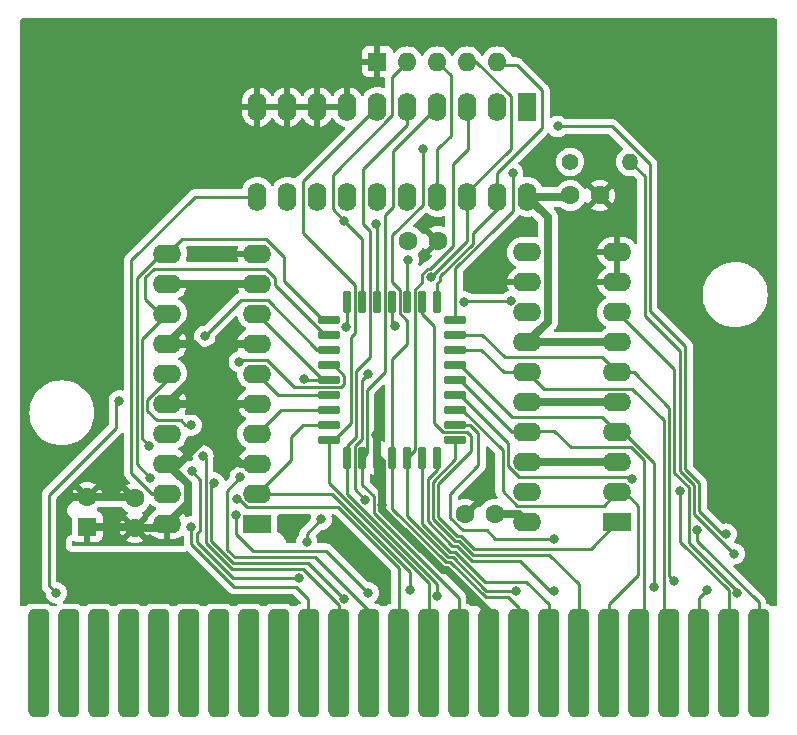
<source format=gbr>
%TF.GenerationSoftware,KiCad,Pcbnew,7.0.8*%
%TF.CreationDate,2023-10-14T11:25:38+01:00*%
%TF.ProjectId,v0a,7630612e-6b69-4636-9164-5f7063625858,rev?*%
%TF.SameCoordinates,Original*%
%TF.FileFunction,Copper,L1,Top*%
%TF.FilePolarity,Positive*%
%FSLAX46Y46*%
G04 Gerber Fmt 4.6, Leading zero omitted, Abs format (unit mm)*
G04 Created by KiCad (PCBNEW 7.0.8) date 2023-10-14 11:25:38*
%MOMM*%
%LPD*%
G01*
G04 APERTURE LIST*
G04 Aperture macros list*
%AMRoundRect*
0 Rectangle with rounded corners*
0 $1 Rounding radius*
0 $2 $3 $4 $5 $6 $7 $8 $9 X,Y pos of 4 corners*
0 Add a 4 corners polygon primitive as box body*
4,1,4,$2,$3,$4,$5,$6,$7,$8,$9,$2,$3,0*
0 Add four circle primitives for the rounded corners*
1,1,$1+$1,$2,$3*
1,1,$1+$1,$4,$5*
1,1,$1+$1,$6,$7*
1,1,$1+$1,$8,$9*
0 Add four rect primitives between the rounded corners*
20,1,$1+$1,$2,$3,$4,$5,0*
20,1,$1+$1,$4,$5,$6,$7,0*
20,1,$1+$1,$6,$7,$8,$9,0*
20,1,$1+$1,$8,$9,$2,$3,0*%
G04 Aperture macros list end*
%TA.AperFunction,ComponentPad*%
%ADD10R,2.400000X1.600000*%
%TD*%
%TA.AperFunction,ComponentPad*%
%ADD11O,2.400000X1.600000*%
%TD*%
%TA.AperFunction,ComponentPad*%
%ADD12R,1.600000X2.400000*%
%TD*%
%TA.AperFunction,ComponentPad*%
%ADD13O,1.600000X2.400000*%
%TD*%
%TA.AperFunction,SMDPad,CuDef*%
%ADD14RoundRect,0.150000X-0.150000X-0.812500X0.150000X-0.812500X0.150000X0.812500X-0.150000X0.812500X0*%
%TD*%
%TA.AperFunction,SMDPad,CuDef*%
%ADD15RoundRect,0.150000X-0.812500X-0.150000X0.812500X-0.150000X0.812500X0.150000X-0.812500X0.150000X0*%
%TD*%
%TA.AperFunction,SMDPad,CuDef*%
%ADD16RoundRect,0.151250X-0.811250X-0.151250X0.811250X-0.151250X0.811250X0.151250X-0.811250X0.151250X0*%
%TD*%
%TA.AperFunction,ComponentPad*%
%ADD17C,1.600000*%
%TD*%
%TA.AperFunction,ComponentPad*%
%ADD18R,1.600000X1.600000*%
%TD*%
%TA.AperFunction,ComponentPad*%
%ADD19O,1.600000X1.600000*%
%TD*%
%TA.AperFunction,ComponentPad*%
%ADD20C,1.400000*%
%TD*%
%TA.AperFunction,ComponentPad*%
%ADD21O,1.400000X1.400000*%
%TD*%
%TA.AperFunction,SMDPad,CuDef*%
%ADD22RoundRect,0.444500X-0.444500X-4.127500X0.444500X-4.127500X0.444500X4.127500X-0.444500X4.127500X0*%
%TD*%
%TA.AperFunction,ViaPad*%
%ADD23C,0.800000*%
%TD*%
%TA.AperFunction,Conductor*%
%ADD24C,0.250000*%
%TD*%
%TA.AperFunction,Conductor*%
%ADD25C,0.700000*%
%TD*%
G04 APERTURE END LIST*
D10*
%TO.P,U2,1,G*%
%TO.N,Net-(U1-P=R)*%
X115545000Y-71737000D03*
D11*
%TO.P,U2,2,P0*%
%TO.N,/A0*%
X115545000Y-69197000D03*
%TO.P,U2,3,R0*%
%TO.N,+5V*%
X115545000Y-66657000D03*
%TO.P,U2,4,P1*%
%TO.N,/A1*%
X115545000Y-64117000D03*
%TO.P,U2,5,R1*%
%TO.N,+5V*%
X115545000Y-61577000D03*
%TO.P,U2,6,P2*%
%TO.N,/A2*%
X115545000Y-59037000D03*
%TO.P,U2,7,R2*%
%TO.N,+5V*%
X115545000Y-56497000D03*
%TO.P,U2,8,P3*%
%TO.N,/A3*%
X115545000Y-53957000D03*
%TO.P,U2,9,R3*%
%TO.N,+5V*%
X115545000Y-51417000D03*
%TO.P,U2,10,GND*%
%TO.N,GND*%
X115545000Y-48877000D03*
%TO.P,U2,11,P4*%
%TO.N,/A7*%
X107925000Y-48877000D03*
%TO.P,U2,12,R4*%
%TO.N,+5V*%
X107925000Y-51417000D03*
%TO.P,U2,13,P5*%
%TO.N,/A6*%
X107925000Y-53957000D03*
%TO.P,U2,14,R5*%
%TO.N,+5V*%
X107925000Y-56497000D03*
%TO.P,U2,15,P6*%
%TO.N,/A5*%
X107925000Y-59037000D03*
%TO.P,U2,16,R6*%
%TO.N,+5V*%
X107925000Y-61577000D03*
%TO.P,U2,17,P7*%
%TO.N,/A4*%
X107925000Y-64117000D03*
%TO.P,U2,18,R7*%
%TO.N,+5V*%
X107925000Y-66657000D03*
%TO.P,U2,19,P=R*%
%TO.N,Net-(U2-P=R)*%
X107925000Y-69197000D03*
%TO.P,U2,20,VCC*%
%TO.N,+5V*%
X107925000Y-71737000D03*
%TD*%
D12*
%TO.P,U3,1,OE*%
%TO.N,/~{M8-B}*%
X138405000Y-36431000D03*
D13*
%TO.P,U3,2,D0*%
%TO.N,/D3*%
X135865000Y-36431000D03*
%TO.P,U3,3,D1*%
%TO.N,/D4*%
X133325000Y-36431000D03*
%TO.P,U3,4,D2*%
%TO.N,/D2*%
X130785000Y-36431000D03*
%TO.P,U3,5,D3*%
%TO.N,/D1*%
X128245000Y-36431000D03*
%TO.P,U3,6,D4*%
%TO.N,/D0*%
X125705000Y-36431000D03*
%TO.P,U3,7,D5*%
%TO.N,GND*%
X123165000Y-36431000D03*
%TO.P,U3,8,D6*%
X120625000Y-36431000D03*
%TO.P,U3,9,D7*%
X118085000Y-36431000D03*
%TO.P,U3,10,GND*%
X115545000Y-36431000D03*
%TO.P,U3,11,Cp*%
%TO.N,Net-(U2-P=R)*%
X115545000Y-44051000D03*
%TO.P,U3,12,Q7*%
%TO.N,unconnected-(U3-Q7-Pad12)*%
X118085000Y-44051000D03*
%TO.P,U3,13,Q6*%
%TO.N,unconnected-(U3-Q6-Pad13)*%
X120625000Y-44051000D03*
%TO.P,U3,14,Q5*%
%TO.N,unconnected-(U3-Q5-Pad14)*%
X123165000Y-44051000D03*
%TO.P,U3,15,Q4*%
%TO.N,/BA0*%
X125705000Y-44051000D03*
%TO.P,U3,16,Q3*%
%TO.N,/BA1*%
X128245000Y-44051000D03*
%TO.P,U3,17,Q2*%
%TO.N,/BA2*%
X130785000Y-44051000D03*
%TO.P,U3,18,Q1*%
%TO.N,/BA4*%
X133325000Y-44051000D03*
%TO.P,U3,19,Q0*%
%TO.N,/BA3*%
X135865000Y-44051000D03*
%TO.P,U3,20,VCC*%
%TO.N,+5V*%
X138405000Y-44051000D03*
%TD*%
D14*
%TO.P,U4,1,A18*%
%TO.N,/BA4*%
X126975000Y-52932500D03*
%TO.P,U4,2,A16*%
%TO.N,/BA2*%
X125705000Y-52932500D03*
%TO.P,U4,3,A15*%
%TO.N,/BA1*%
X124435000Y-52932500D03*
%TO.P,U4,4,A12*%
%TO.N,/A12*%
X123165000Y-52932500D03*
D15*
%TO.P,U4,5,A7*%
%TO.N,/A7*%
X121637500Y-54465000D03*
%TO.P,U4,6,A6*%
%TO.N,/A6*%
X121637500Y-55735000D03*
%TO.P,U4,7,A5*%
%TO.N,/A5*%
X121637500Y-57005000D03*
%TO.P,U4,8,A4*%
%TO.N,/A4*%
X121637500Y-58275000D03*
%TO.P,U4,9,A3*%
%TO.N,/A3*%
X121637500Y-59545000D03*
%TO.P,U4,10,A2*%
%TO.N,/A2*%
X121637500Y-60815000D03*
%TO.P,U4,11,A1*%
%TO.N,/A1*%
X121637500Y-62085000D03*
%TO.P,U4,12,A0*%
%TO.N,/A0*%
X121637500Y-63355000D03*
%TO.P,U4,13,D0*%
%TO.N,/D0*%
X121637500Y-64625000D03*
D14*
%TO.P,U4,14,D1*%
%TO.N,/D1*%
X123165000Y-66157500D03*
%TO.P,U4,15,D2*%
%TO.N,/D2*%
X124435000Y-66157500D03*
%TO.P,U4,16,VSS*%
%TO.N,GND*%
X125705000Y-66157500D03*
%TO.P,U4,17,D3*%
%TO.N,/D3*%
X126975000Y-66157500D03*
%TO.P,U4,18,D4*%
%TO.N,/D4*%
X128245000Y-66157500D03*
%TO.P,U4,19,D5*%
%TO.N,/D5*%
X129515000Y-66157500D03*
%TO.P,U4,20,D6*%
%TO.N,/D6*%
X130785000Y-66157500D03*
D16*
%TO.P,U4,21,D7*%
%TO.N,/D7*%
X132312500Y-64622500D03*
D15*
%TO.P,U4,22,~{CE}*%
%TO.N,/~{CE}*%
X132312500Y-63355000D03*
%TO.P,U4,23,A10*%
%TO.N,/A10*%
X132312500Y-62085000D03*
%TO.P,U4,24,~{OE}*%
%TO.N,/~{Rd}*%
X132312500Y-60815000D03*
%TO.P,U4,25,A11*%
%TO.N,/A11*%
X132312500Y-59545000D03*
%TO.P,U4,26,A9*%
%TO.N,/A9*%
X132312500Y-58275000D03*
%TO.P,U4,27,A8*%
%TO.N,/A8*%
X132312500Y-57005000D03*
%TO.P,U4,28,A13*%
%TO.N,/A13*%
X132312500Y-55735000D03*
%TO.P,U4,29,A14*%
%TO.N,/BA0*%
X132312500Y-54465000D03*
D14*
%TO.P,U4,30,A17*%
%TO.N,/BA3*%
X130785000Y-52932500D03*
%TO.P,U4,31,~{WE}*%
%TO.N,/~{Wr}*%
X129515000Y-52932500D03*
%TO.P,U4,32,VDD*%
%TO.N,+5V*%
X128245000Y-52932500D03*
%TD*%
D17*
%TO.P,C4,1*%
%TO.N,+5V*%
X128340800Y-47802800D03*
%TO.P,C4,2*%
%TO.N,GND*%
X130840800Y-47802800D03*
%TD*%
D18*
%TO.P,RN1,1,common*%
%TO.N,GND*%
X125705000Y-32621000D03*
D19*
%TO.P,RN1,2,R1*%
%TO.N,/BA1*%
X128245000Y-32621000D03*
%TO.P,RN1,3,R2*%
%TO.N,/BA2*%
X130785000Y-32621000D03*
%TO.P,RN1,4,R3*%
%TO.N,/BA4*%
X133325000Y-32621000D03*
%TO.P,RN1,5,R4*%
%TO.N,/BA3*%
X135865000Y-32621000D03*
%TD*%
D20*
%TO.P,R1,1*%
%TO.N,/BA0*%
X142036800Y-41097200D03*
D21*
%TO.P,R1,2*%
%TO.N,/A14*%
X147116800Y-41097200D03*
%TD*%
D10*
%TO.P,U1,1,G*%
%TO.N,/~{Wr}*%
X146025000Y-71610000D03*
D11*
%TO.P,U1,2,P0*%
%TO.N,/A10*%
X146025000Y-69070000D03*
%TO.P,U1,3,R0*%
%TO.N,+5V*%
X146025000Y-66530000D03*
%TO.P,U1,4,P1*%
%TO.N,/A9*%
X146025000Y-63990000D03*
%TO.P,U1,5,R1*%
%TO.N,+5V*%
X146025000Y-61450000D03*
%TO.P,U1,6,P2*%
%TO.N,/A13*%
X146025000Y-58910000D03*
%TO.P,U1,7,R2*%
%TO.N,+5V*%
X146025000Y-56370000D03*
%TO.P,U1,8,P3*%
%TO.N,/~{MReq}*%
X146025000Y-53830000D03*
%TO.P,U1,9,R3*%
%TO.N,GND*%
X146025000Y-51290000D03*
%TO.P,U1,10,GND*%
X146025000Y-48750000D03*
%TO.P,U1,11,P4*%
%TO.N,/~{MC-F}*%
X138405000Y-48750000D03*
%TO.P,U1,12,R4*%
%TO.N,GND*%
X138405000Y-51290000D03*
%TO.P,U1,13,P5*%
%TO.N,/A12*%
X138405000Y-53830000D03*
%TO.P,U1,14,R5*%
%TO.N,+5V*%
X138405000Y-56370000D03*
%TO.P,U1,15,P6*%
%TO.N,/A8*%
X138405000Y-58910000D03*
%TO.P,U1,16,R6*%
%TO.N,+5V*%
X138405000Y-61450000D03*
%TO.P,U1,17,P7*%
%TO.N,/A11*%
X138405000Y-63990000D03*
%TO.P,U1,18,R7*%
%TO.N,+5V*%
X138405000Y-66530000D03*
%TO.P,U1,19,P=R*%
%TO.N,Net-(U1-P=R)*%
X138405000Y-69070000D03*
%TO.P,U1,20,VCC*%
%TO.N,+5V*%
X138405000Y-71610000D03*
%TD*%
D18*
%TO.P,C5,1*%
%TO.N,+5V*%
X101142800Y-71969513D03*
D17*
%TO.P,C5,2*%
%TO.N,GND*%
X101142800Y-69469513D03*
%TD*%
%TO.P,C3,1*%
%TO.N,+5V*%
X142056800Y-43942000D03*
%TO.P,C3,2*%
%TO.N,GND*%
X144556800Y-43942000D03*
%TD*%
%TO.P,C2,1*%
%TO.N,+5V*%
X105181800Y-72072600D03*
%TO.P,C2,2*%
%TO.N,GND*%
X105181800Y-69572600D03*
%TD*%
%TO.P,C1,1*%
%TO.N,+5V*%
X135646800Y-70916800D03*
%TO.P,C1,2*%
%TO.N,GND*%
X133146800Y-70916800D03*
%TD*%
D22*
%TO.P,J1,50,Pin_50*%
%TO.N,/~{NMI}*%
X97028000Y-83566000D03*
%TO.P,J1,48,Pin_48*%
%TO.N,/JRead*%
X99568000Y-83566000D03*
%TO.P,J1,46,Pin_46*%
%TO.N,/ ~{Reset}*%
X102108000Y-83566000D03*
%TO.P,J1,44,Pin_44*%
%TO.N,/~{BusReq}*%
X104648000Y-83566000D03*
%TO.P,J1,42,Pin_42*%
%TO.N,/~{Int}*%
X107188000Y-83566000D03*
%TO.P,J1,40,Pin_40*%
%TO.N,/~{Halt}*%
X109728000Y-83566000D03*
%TO.P,J1,38,Pin_38*%
%TO.N,/~{IOReq}*%
X112268000Y-83566000D03*
%TO.P,J1,36,Pin_36*%
%TO.N,/A15*%
X114808000Y-83566000D03*
%TO.P,J1,34,Pin_34*%
%TO.N,/ ~{CONT}*%
X117348000Y-83566000D03*
%TO.P,J1,32,Pin_32*%
%TO.N,/A7*%
X119888000Y-83566000D03*
%TO.P,J1,30,Pin_30*%
%TO.N,/A5*%
X122428000Y-83566000D03*
%TO.P,J1,28,Pin_28*%
%TO.N,/A3*%
X124968000Y-83566000D03*
%TO.P,J1,26,Pin_26*%
%TO.N,/A1*%
X127508000Y-83566000D03*
%TO.P,J1,24,Pin_24*%
%TO.N,/D0*%
X130048000Y-83566000D03*
%TO.P,J1,22,Pin_22*%
%TO.N,/D2*%
X132588000Y-83566000D03*
%TO.P,J1,20,Pin_20*%
%TO.N,GND*%
X135128000Y-83566000D03*
%TO.P,J1,18,Pin_18*%
%TO.N,/D3*%
X137668000Y-83566000D03*
%TO.P,J1,16,Pin_16*%
%TO.N,/D5*%
X140208000Y-83566000D03*
%TO.P,J1,14,Pin_14*%
%TO.N,/D7*%
X142748000Y-83566000D03*
%TO.P,J1,12,Pin_12*%
%TO.N,/A10*%
X145288000Y-83566000D03*
%TO.P,J1,10,Pin_10*%
%TO.N,/A11*%
X147828000Y-83566000D03*
%TO.P,J1,8,Pin_8*%
%TO.N,/A8*%
X150368000Y-83566000D03*
%TO.P,J1,6,Pin_6*%
%TO.N,/A14*%
X152908000Y-83566000D03*
%TO.P,J1,4,Pin_4*%
%TO.N,/~{Rd}*%
X155448000Y-83566000D03*
%TO.P,J1,2,Pin_2*%
%TO.N,/~{Wr}*%
X157988000Y-83566000D03*
%TD*%
D23*
%TO.N,GND*%
X105714800Y-74625200D03*
X101346000Y-77216000D03*
X126142799Y-70145400D03*
X125603400Y-64218600D03*
X122682000Y-73660000D03*
X117856000Y-72390000D03*
%TO.N,/BA1*%
X122911000Y-46083000D03*
%TO.N,/BA2*%
X125625500Y-46337000D03*
%TO.N,/BA4*%
X127229000Y-54973000D03*
X130277000Y-50871500D03*
%TO.N,/~{Wr}*%
X152808500Y-72245000D03*
%TO.N,/A0*%
X128499000Y-77325000D03*
%TO.N,+5V*%
X128346600Y-49385000D03*
%TO.N,/A1*%
X113811635Y-69622134D03*
%TO.N,/A2*%
X113745498Y-70967600D03*
X124943000Y-77579000D03*
%TO.N,/A3*%
X119481600Y-59465500D03*
X114096800Y-67818000D03*
%TO.N,/A4*%
X122919952Y-78078048D03*
X111893500Y-68275200D03*
X114021000Y-58021000D03*
%TO.N,/A5*%
X111103500Y-55858500D03*
X109957000Y-63392500D03*
X110953697Y-65987099D03*
%TO.N,/A6*%
X109982000Y-67310000D03*
X119105299Y-76313299D03*
X106401000Y-65133000D03*
%TO.N,/A7*%
X106502600Y-67876200D03*
X109957000Y-71991000D03*
%TO.N,/A9*%
X149168500Y-77071000D03*
%TO.N,/A12*%
X137033400Y-52890200D03*
X120954800Y-71374000D03*
X133037000Y-52941000D03*
X124693299Y-69700701D03*
X119735600Y-73298500D03*
X123041965Y-55074704D03*
X124943000Y-59037000D03*
%TO.N,/A13*%
X150851000Y-76563000D03*
%TO.N,/A14*%
X155931000Y-74277000D03*
X153632500Y-77325000D03*
%TO.N,/~{M8-B}*%
X140970000Y-38100000D03*
X155249099Y-72614301D03*
%TO.N,/D1*%
X130772500Y-77851000D03*
%TO.N,/D3*%
X129540000Y-40005000D03*
%TO.N,/D4*%
X137464800Y-77393800D03*
%TO.N,/BA0*%
X137160000Y-42019000D03*
%TO.N,/D6*%
X140639800Y-77419200D03*
%TO.N,/~{CE}*%
X140691000Y-73007000D03*
%TO.N,/~{Rd}*%
X151359000Y-68943000D03*
X147295000Y-67927000D03*
%TO.N,/~{MReq}*%
X156172500Y-77579000D03*
%TO.N,/~{MC-F}*%
X98527000Y-77579000D03*
X103861000Y-61323000D03*
%TD*%
D24*
%TO.N,/~{MC-F}*%
X103861000Y-61323000D02*
X103607000Y-61577000D01*
X103607000Y-61577000D02*
X103607000Y-63593000D01*
X97910112Y-76962112D02*
X98527000Y-77579000D01*
X103607000Y-63593000D02*
X97910112Y-69289888D01*
X97910112Y-69289888D02*
X97910112Y-76962112D01*
D25*
%TO.N,GND*%
X126093299Y-70534309D02*
X126093299Y-66545799D01*
X125705000Y-66157500D02*
X125705000Y-64320200D01*
X101346000Y-77216000D02*
X103124000Y-77216000D01*
X99821487Y-69469513D02*
X98983800Y-70307200D01*
X131618899Y-75671000D02*
X131229990Y-75671000D01*
X101142800Y-69469513D02*
X99821487Y-69469513D01*
X98983800Y-74853800D02*
X101346000Y-77216000D01*
X103124000Y-77216000D02*
X105714800Y-74625200D01*
X135128000Y-83566000D02*
X135128000Y-79180101D01*
X105078713Y-69469513D02*
X105181800Y-69572600D01*
X135128000Y-79180101D02*
X131618899Y-75671000D01*
X126093299Y-66545799D02*
X125705000Y-66157500D01*
X131229990Y-75671000D02*
X126093299Y-70534309D01*
X125705000Y-64320200D02*
X125603400Y-64218600D01*
X101142800Y-69469513D02*
X105078713Y-69469513D01*
X98983800Y-70307200D02*
X98983800Y-74853800D01*
D24*
%TO.N,/BA1*%
X124435000Y-47607000D02*
X122911000Y-46083000D01*
X124435000Y-52932500D02*
X124435000Y-47607000D01*
X121920000Y-42206990D02*
X126975000Y-37151990D01*
X122911000Y-46083000D02*
X121920000Y-45092000D01*
X126975000Y-33891000D02*
X128245000Y-32621000D01*
X126975000Y-37151990D02*
X126975000Y-33891000D01*
X121920000Y-45092000D02*
X121920000Y-42206990D01*
%TO.N,/BA2*%
X130785000Y-39995598D02*
X130785000Y-44051000D01*
X125705000Y-46416500D02*
X125625500Y-46337000D01*
X131043299Y-39737299D02*
X130785000Y-39995598D01*
X131910000Y-38870598D02*
X131910000Y-33746000D01*
X131910000Y-33746000D02*
X130785000Y-32621000D01*
X125705000Y-52932500D02*
X125705000Y-46416500D01*
X131043299Y-39737299D02*
X131910000Y-38870598D01*
%TO.N,/BA3*%
X133775000Y-48009896D02*
X131002000Y-50782896D01*
X131002000Y-50782896D02*
X131002000Y-51171805D01*
X135865000Y-45067000D02*
X133775000Y-47157000D01*
X135865000Y-32621000D02*
X136119000Y-32875000D01*
X131002000Y-51171805D02*
X130785000Y-51388805D01*
X136119000Y-32875000D02*
X137499000Y-32875000D01*
X135865000Y-44051000D02*
X135865000Y-45067000D01*
X139675000Y-35051000D02*
X139675000Y-38199695D01*
X133775000Y-47157000D02*
X133775000Y-48009896D01*
X130785000Y-51388805D02*
X130785000Y-52932500D01*
X139675000Y-38199695D02*
X135865000Y-42009695D01*
X137499000Y-32875000D02*
X139675000Y-35051000D01*
X135865000Y-42009695D02*
X135865000Y-44051000D01*
%TO.N,/BA4*%
X127229000Y-54973000D02*
X126975000Y-54719000D01*
X126975000Y-54719000D02*
X126975000Y-52932500D01*
X136990000Y-35524000D02*
X134087000Y-32621000D01*
X133325000Y-44051000D02*
X133325000Y-47823500D01*
X134087000Y-32621000D02*
X133325000Y-32621000D01*
X133325000Y-44051000D02*
X133325000Y-43651000D01*
X133325000Y-47823500D02*
X130277000Y-50871500D01*
X136990000Y-39986000D02*
X136990000Y-35524000D01*
X133325000Y-43651000D02*
X136990000Y-39986000D01*
%TO.N,/~{Wr}*%
X130865000Y-68348147D02*
X133600000Y-65613147D01*
X130531000Y-63207751D02*
X130531000Y-55023875D01*
X129515000Y-54007875D02*
X129515000Y-52932500D01*
X143797200Y-73837800D02*
X133922273Y-73837800D01*
X130865000Y-71169436D02*
X130865000Y-68348147D01*
X133306019Y-63980000D02*
X131303249Y-63980000D01*
X133600000Y-64273981D02*
X133306019Y-63980000D01*
X133922273Y-73837800D02*
X132830473Y-72746000D01*
X157988000Y-78366000D02*
X157988000Y-83566000D01*
X132441564Y-72746000D02*
X130865000Y-71169436D01*
X131303249Y-63980000D02*
X130531000Y-63207751D01*
X132830473Y-72746000D02*
X132441564Y-72746000D01*
X130531000Y-55023875D02*
X129515000Y-54007875D01*
X133600000Y-65613147D02*
X133600000Y-64273981D01*
X152808500Y-72245000D02*
X152808500Y-73186500D01*
X146025000Y-71610000D02*
X143797200Y-73837800D01*
X152808500Y-73186500D02*
X157988000Y-78366000D01*
%TO.N,/A0*%
X118389400Y-64389000D02*
X119423400Y-63355000D01*
X121892208Y-69197000D02*
X128499000Y-75803792D01*
X115545000Y-69197000D02*
X121892208Y-69197000D01*
X115545000Y-69197000D02*
X118389400Y-66352600D01*
X128499000Y-75803792D02*
X128499000Y-77325000D01*
X118389400Y-66352600D02*
X118389400Y-64389000D01*
X119423400Y-63355000D02*
X121637500Y-63355000D01*
D25*
%TO.N,+5V*%
X114205800Y-66657000D02*
X115545000Y-66657000D01*
X107925000Y-51417000D02*
X115545000Y-51417000D01*
X109675000Y-69987000D02*
X109675000Y-68407000D01*
X138405000Y-44051000D02*
X140155000Y-45801000D01*
X105181800Y-72072600D02*
X107589400Y-72072600D01*
X138405000Y-66530000D02*
X146025000Y-66530000D01*
D24*
X128245000Y-49486600D02*
X128245000Y-52932500D01*
D25*
X107925000Y-71737000D02*
X109675000Y-69987000D01*
X114021000Y-61577000D02*
X114275000Y-61577000D01*
X146025000Y-56370000D02*
X138405000Y-56370000D01*
X107925000Y-61577000D02*
X111608000Y-57894000D01*
X113005000Y-51417000D02*
X115545000Y-51417000D01*
X140155000Y-45801000D02*
X140155000Y-54620000D01*
X135646800Y-70916800D02*
X137711800Y-70916800D01*
X111608000Y-57894000D02*
X113005000Y-56497000D01*
X140155000Y-54620000D02*
X138405000Y-56370000D01*
X111573400Y-64024600D02*
X114021000Y-61577000D01*
X107925000Y-56497000D02*
X113005000Y-51417000D01*
X107589400Y-72072600D02*
X107925000Y-71737000D01*
X111573400Y-64024600D02*
X114205800Y-66657000D01*
X109675000Y-68407000D02*
X107925000Y-66657000D01*
X110211000Y-56497000D02*
X111608000Y-57894000D01*
X138405000Y-61450000D02*
X146025000Y-61450000D01*
X138405000Y-44051000D02*
X141947800Y-44051000D01*
D24*
X128346600Y-49385000D02*
X128245000Y-49486600D01*
D25*
X107925000Y-66657000D02*
X108941000Y-66657000D01*
X107925000Y-56497000D02*
X110211000Y-56497000D01*
X137711800Y-70916800D02*
X138405000Y-71610000D01*
X115545000Y-61577000D02*
X114275000Y-61577000D01*
X101142800Y-71969513D02*
X105078713Y-71969513D01*
X105042000Y-71932800D02*
X105181800Y-72072600D01*
X113005000Y-56497000D02*
X115545000Y-56497000D01*
X108941000Y-66657000D02*
X111573400Y-64024600D01*
X141947800Y-44051000D02*
X142056800Y-43942000D01*
X105078713Y-71969513D02*
X105181800Y-72072600D01*
X114275000Y-61577000D02*
X107925000Y-61577000D01*
D24*
%TO.N,/A1*%
X114020000Y-69662990D02*
X113852491Y-69662990D01*
X113852491Y-69662990D02*
X113811635Y-69622134D01*
X127508000Y-83566000D02*
X127508000Y-75449188D01*
X122380812Y-70322000D02*
X114679010Y-70322000D01*
X115545000Y-64117000D02*
X117577000Y-62085000D01*
X127508000Y-75449188D02*
X122380812Y-70322000D01*
X117577000Y-62085000D02*
X121637500Y-62085000D01*
X114679010Y-70322000D02*
X114020000Y-69662990D01*
%TO.N,/A2*%
X121387000Y-74023000D02*
X124943000Y-77579000D01*
X113745498Y-70967600D02*
X113745498Y-72572098D01*
X113745498Y-72572098D02*
X114020000Y-72846600D01*
X117323000Y-60815000D02*
X121637500Y-60815000D01*
X114020000Y-72862000D02*
X115181000Y-74023000D01*
X115181000Y-74023000D02*
X121387000Y-74023000D01*
X114020000Y-72846600D02*
X114020000Y-72862000D01*
X115545000Y-59037000D02*
X117323000Y-60815000D01*
%TO.N,/A3*%
X114096800Y-67818000D02*
X112979200Y-68935600D01*
X119561100Y-59545000D02*
X119481600Y-59465500D01*
X120454813Y-74587604D02*
X124968000Y-79100791D01*
X121133000Y-59545000D02*
X115545000Y-53957000D01*
X121637500Y-59545000D02*
X121133000Y-59545000D01*
X112979200Y-73928814D02*
X113637990Y-74587604D01*
X112979200Y-68935600D02*
X112979200Y-73928814D01*
X124968000Y-79100791D02*
X124968000Y-83566000D01*
X121637500Y-59545000D02*
X119561100Y-59545000D01*
X113637990Y-74587604D02*
X120454813Y-74587604D01*
%TO.N,/A4*%
X122911000Y-78087000D02*
X122919952Y-78078048D01*
X111619000Y-73205010D02*
X113451594Y-75037604D01*
X119861604Y-75037604D02*
X122911000Y-78087000D01*
X122925000Y-59198249D02*
X122925000Y-59891751D01*
X111619000Y-68549700D02*
X111619000Y-73205010D01*
X116410990Y-57912000D02*
X114130000Y-57912000D01*
X111893500Y-68275200D02*
X111619000Y-68549700D01*
X122925000Y-59891751D02*
X122626751Y-60190000D01*
X118688990Y-60190000D02*
X116410990Y-57912000D01*
X121637500Y-58275000D02*
X122001751Y-58275000D01*
X122626751Y-60190000D02*
X118688990Y-60190000D01*
X122001751Y-58275000D02*
X122925000Y-59198249D01*
X113451594Y-75037604D02*
X119861604Y-75037604D01*
%TO.N,/A5*%
X109919500Y-63355000D02*
X109957000Y-63392500D01*
X113365893Y-75588299D02*
X119405604Y-75588299D01*
X109087000Y-62992000D02*
X109450000Y-63355000D01*
X106227000Y-62165000D02*
X107054000Y-62992000D01*
X111169000Y-73391406D02*
X113365893Y-75588299D01*
X107054000Y-62992000D02*
X109087000Y-62992000D01*
X108433000Y-59037000D02*
X106227000Y-61243000D01*
X110953697Y-65987099D02*
X111169000Y-66202402D01*
X114130000Y-52832000D02*
X116452000Y-52832000D01*
X119405604Y-75588299D02*
X122428000Y-78610695D01*
X116452000Y-52832000D02*
X120625000Y-57005000D01*
X111169000Y-66403000D02*
X111169000Y-73391406D01*
X122428000Y-78610695D02*
X122428000Y-83566000D01*
X107925000Y-59037000D02*
X108433000Y-59037000D01*
X111169000Y-66345000D02*
X111169000Y-66403000D01*
X120625000Y-57005000D02*
X121637500Y-57005000D01*
X106227000Y-61243000D02*
X106227000Y-62165000D01*
X109450000Y-63355000D02*
X109919500Y-63355000D01*
X111169000Y-66202402D02*
X111169000Y-66403000D01*
X111103500Y-55858500D02*
X114130000Y-52832000D01*
%TO.N,/A6*%
X117070000Y-51531751D02*
X121273249Y-55735000D01*
X110407000Y-72566305D02*
X110682000Y-72291305D01*
X105777000Y-56105000D02*
X107925000Y-53957000D01*
X113454497Y-76313299D02*
X110407000Y-73265802D01*
X106045000Y-50885396D02*
X106765396Y-50165000D01*
X106765396Y-50165000D02*
X116283990Y-50165000D01*
X106401000Y-65133000D02*
X105777000Y-64509000D01*
X110407000Y-73265802D02*
X110407000Y-72566305D01*
X107293500Y-53957000D02*
X106045000Y-52708500D01*
X105777000Y-64509000D02*
X105777000Y-56105000D01*
X110682000Y-68010000D02*
X109982000Y-67310000D01*
X110682000Y-72291305D02*
X110682000Y-68010000D01*
X121273249Y-55735000D02*
X121637500Y-55735000D01*
X119105299Y-76313299D02*
X113454497Y-76313299D01*
X116283990Y-50165000D02*
X117070000Y-50951010D01*
X117070000Y-50951010D02*
X117070000Y-51531751D01*
X107925000Y-53957000D02*
X107293500Y-53957000D01*
X106045000Y-52708500D02*
X106045000Y-50885396D01*
%TO.N,/A7*%
X109195000Y-47607000D02*
X114275000Y-47607000D01*
X121133000Y-54465000D02*
X121637500Y-54465000D01*
X109957000Y-71991000D02*
X109957000Y-73452198D01*
X116265990Y-47607000D02*
X113767000Y-47607000D01*
X117831000Y-51163000D02*
X117831000Y-49172010D01*
X119863000Y-83541000D02*
X119888000Y-83566000D01*
X118847000Y-77071000D02*
X119863000Y-78087000D01*
X119863000Y-78087000D02*
X119863000Y-83541000D01*
X106502600Y-67876200D02*
X105327000Y-66700600D01*
X117831000Y-49172010D02*
X116265990Y-47607000D01*
X107417000Y-48877000D02*
X107925000Y-48877000D01*
X117831000Y-51163000D02*
X121133000Y-54465000D01*
X113575802Y-77071000D02*
X118847000Y-77071000D01*
X105327000Y-50967000D02*
X107417000Y-48877000D01*
X109957000Y-73452198D02*
X113575802Y-77071000D01*
X105327000Y-66700600D02*
X105327000Y-50967000D01*
X107925000Y-48877000D02*
X109195000Y-47607000D01*
%TO.N,/A8*%
X149960305Y-83158305D02*
X149960305Y-62972305D01*
X150368000Y-83566000D02*
X149960305Y-83158305D01*
X149960305Y-62972305D02*
X147295000Y-60307000D01*
X138405000Y-58910000D02*
X136414010Y-58910000D01*
X136414010Y-58910000D02*
X134509010Y-57005000D01*
X139802000Y-60307000D02*
X138405000Y-58910000D01*
X132312500Y-57005000D02*
X134509010Y-57005000D01*
X147295000Y-60307000D02*
X139802000Y-60307000D01*
%TO.N,/A9*%
X146540000Y-63990000D02*
X149168500Y-66618500D01*
X149168500Y-66618500D02*
X149168500Y-77071000D01*
X144773000Y-62738000D02*
X146025000Y-63990000D01*
X132312500Y-58275000D02*
X132676751Y-58275000D01*
X132676751Y-58275000D02*
X137139751Y-62738000D01*
X146025000Y-63990000D02*
X146540000Y-63990000D01*
X137139751Y-62738000D02*
X144773000Y-62738000D01*
%TO.N,/A10*%
X147803000Y-76055000D02*
X147803000Y-70198000D01*
X144882000Y-70213000D02*
X146025000Y-69070000D01*
X145288000Y-78570000D02*
X147803000Y-76055000D01*
X132312500Y-62085000D02*
X132900990Y-62085000D01*
X146675000Y-69070000D02*
X146025000Y-69070000D01*
X136315000Y-68970990D02*
X137557010Y-70213000D01*
X145288000Y-83566000D02*
X145288000Y-78570000D01*
X137557010Y-70213000D02*
X144882000Y-70213000D01*
X132900990Y-62085000D02*
X136315000Y-65499010D01*
X147803000Y-70198000D02*
X146675000Y-69070000D01*
X136315000Y-65499010D02*
X136315000Y-68970990D01*
%TO.N,/A11*%
X148253000Y-66345000D02*
X147186000Y-65278000D01*
X138532000Y-63863000D02*
X138405000Y-63990000D01*
X147186000Y-65278000D02*
X142106000Y-65278000D01*
X132676751Y-59545000D02*
X137121751Y-63990000D01*
X132312500Y-59545000D02*
X132676751Y-59545000D01*
X147828000Y-83566000D02*
X148253000Y-83141000D01*
X148253000Y-83141000D02*
X148253000Y-66345000D01*
X142106000Y-65278000D02*
X140691000Y-63863000D01*
X137121751Y-63990000D02*
X138405000Y-63990000D01*
X140691000Y-63863000D02*
X138532000Y-63863000D01*
%TO.N,/A12*%
X133087800Y-52890200D02*
X133037000Y-52941000D01*
X123810000Y-68817402D02*
X124693299Y-69700701D01*
X119735600Y-72593200D02*
X120954800Y-71374000D01*
X137033400Y-52890200D02*
X133087800Y-52890200D01*
X119735600Y-73298500D02*
X119735600Y-72593200D01*
X123165000Y-54951669D02*
X123165000Y-52932500D01*
X124377000Y-64581249D02*
X123810000Y-65148249D01*
X124377000Y-59603000D02*
X124377000Y-64581249D01*
X123041965Y-55074704D02*
X123165000Y-54951669D01*
X124943000Y-59037000D02*
X124377000Y-59603000D01*
X123810000Y-65148249D02*
X123810000Y-68817402D01*
%TO.N,/A13*%
X134595000Y-55735000D02*
X136518000Y-57658000D01*
X150851000Y-76563000D02*
X150410305Y-76122305D01*
X144773000Y-57658000D02*
X146025000Y-58910000D01*
X150410305Y-61898305D02*
X147422000Y-58910000D01*
X147422000Y-58910000D02*
X146025000Y-58910000D01*
X132312500Y-55735000D02*
X134595000Y-55735000D01*
X150410305Y-76122305D02*
X150410305Y-61898305D01*
X136518000Y-57658000D02*
X144773000Y-57658000D01*
%TO.N,/A14*%
X152534000Y-68456299D02*
X152534000Y-70923800D01*
X151333200Y-57150000D02*
X151333200Y-67255499D01*
X148336000Y-54152800D02*
X151333200Y-57150000D01*
X155887200Y-74277000D02*
X155931000Y-74277000D01*
X148336000Y-42316400D02*
X148336000Y-54152800D01*
X152908000Y-78049500D02*
X152908000Y-83566000D01*
X147116800Y-41097200D02*
X148336000Y-42316400D01*
X152534000Y-70923800D02*
X155887200Y-74277000D01*
X153632500Y-77325000D02*
X152908000Y-78049500D01*
X151333200Y-67255499D02*
X152534000Y-68456299D01*
%TO.N,Net-(U2-P=R)*%
X110254000Y-44051000D02*
X104877000Y-49428000D01*
X115545000Y-44051000D02*
X110254000Y-44051000D01*
X104877000Y-49428000D02*
X104877000Y-67419000D01*
X106655000Y-69197000D02*
X107925000Y-69197000D01*
X104877000Y-67419000D02*
X106655000Y-69197000D01*
%TO.N,/~{M8-B}*%
X151783200Y-56685600D02*
X148786000Y-53688400D01*
X155249099Y-72614301D02*
X154904697Y-72614301D01*
X152984000Y-70693604D02*
X152984000Y-68269903D01*
X148786000Y-53688400D02*
X148786000Y-41316831D01*
X148786000Y-41316831D02*
X145569169Y-38100000D01*
X151783200Y-67069103D02*
X151783200Y-56685600D01*
X145569169Y-38100000D02*
X140970000Y-38100000D01*
X154904697Y-72614301D02*
X152984000Y-70693604D01*
X152984000Y-68269903D02*
X151783200Y-67069103D01*
%TO.N,/D0*%
X130048000Y-83566000D02*
X130048000Y-76716396D01*
X123456000Y-63170751D02*
X123456000Y-55952000D01*
X123456000Y-55952000D02*
X123810000Y-55598000D01*
X121637500Y-64625000D02*
X122001751Y-64625000D01*
X119380000Y-47124000D02*
X119380000Y-42756000D01*
X123810000Y-55598000D02*
X123810000Y-51554000D01*
X121637500Y-68305896D02*
X121637500Y-64625000D01*
X122001751Y-64625000D02*
X123456000Y-63170751D01*
X119380000Y-42756000D02*
X125705000Y-36431000D01*
X123810000Y-51554000D02*
X119380000Y-47124000D01*
X130048000Y-76716396D02*
X121637500Y-68305896D01*
%TO.N,/D1*%
X123165000Y-69197000D02*
X123165000Y-66157500D01*
X123165000Y-65156853D02*
X123165000Y-66157500D01*
X130772500Y-77851000D02*
X130772500Y-76804500D01*
X124460000Y-46362000D02*
X125060000Y-46962000D01*
X125060000Y-46962000D02*
X125060000Y-57650000D01*
X130772500Y-76804500D02*
X123165000Y-69197000D01*
X123927000Y-64394853D02*
X123165000Y-65156853D01*
X123927000Y-58783000D02*
X123927000Y-64394853D01*
X125060000Y-57650000D02*
X123927000Y-58783000D01*
X128245000Y-36431000D02*
X128245000Y-37955000D01*
X128245000Y-37955000D02*
X124460000Y-41740000D01*
X124460000Y-41740000D02*
X124460000Y-46362000D01*
%TO.N,/D2*%
X126350000Y-45583000D02*
X127000000Y-44933000D01*
X132588000Y-83566000D02*
X132588000Y-77983604D01*
X124435000Y-68417097D02*
X124435000Y-66157500D01*
X127000000Y-40216000D02*
X130785000Y-36431000D01*
X124827000Y-65765500D02*
X124827000Y-60423000D01*
X132588000Y-77983604D02*
X125418299Y-70813903D01*
X126350000Y-58900000D02*
X126350000Y-45583000D01*
X125418299Y-70813903D02*
X125418299Y-69400396D01*
X124827000Y-60423000D02*
X126350000Y-58900000D01*
X125418299Y-69400396D02*
X124435000Y-68417097D01*
X127000000Y-44933000D02*
X127000000Y-40216000D01*
X124435000Y-66157500D02*
X124827000Y-65765500D01*
%TO.N,/D3*%
X126975000Y-47311990D02*
X126975000Y-51298249D01*
X126975000Y-51298249D02*
X127600000Y-51923249D01*
X129540000Y-40005000D02*
X129540000Y-44746990D01*
X128245000Y-56497000D02*
X126975000Y-57767000D01*
X126975000Y-57767000D02*
X126975000Y-66157500D01*
X127600000Y-51923249D02*
X127600000Y-53921751D01*
X131898493Y-74996000D02*
X131509584Y-74996000D01*
X129540000Y-44746990D02*
X126975000Y-47311990D01*
X127600000Y-53921751D02*
X128245000Y-54566751D01*
X134880493Y-77978000D02*
X131898493Y-74996000D01*
X126975000Y-70461416D02*
X126975000Y-66157500D01*
X131509584Y-74996000D02*
X126975000Y-70461416D01*
X128245000Y-54566751D02*
X128245000Y-56497000D01*
X137668000Y-78841600D02*
X136804400Y-77978000D01*
X136804400Y-77978000D02*
X134880493Y-77978000D01*
X137668000Y-83566000D02*
X137668000Y-78841600D01*
%TO.N,/D4*%
X132080000Y-41275000D02*
X133350000Y-40005000D01*
X129515000Y-51298249D02*
X129515000Y-50608195D01*
X129976695Y-50146500D02*
X130193500Y-50146500D01*
X131695980Y-74546000D02*
X128245000Y-71095020D01*
X132084889Y-74546000D02*
X131695980Y-74546000D01*
X128890000Y-51923249D02*
X129515000Y-51298249D01*
X128245000Y-71095020D02*
X128245000Y-66157500D01*
X128890000Y-65512500D02*
X128890000Y-51923249D01*
X133350000Y-40005000D02*
X133350000Y-37042396D01*
X130193500Y-50146500D02*
X132080000Y-48260000D01*
X133350000Y-37042396D02*
X133643198Y-36749198D01*
X137464800Y-77393800D02*
X134932689Y-77393800D01*
X128245000Y-66157500D02*
X128890000Y-65512500D01*
X132080000Y-48260000D02*
X132080000Y-41275000D01*
X129515000Y-50608195D02*
X129976695Y-50146500D01*
X134932689Y-77393800D02*
X132084889Y-74546000D01*
%TO.N,/BA0*%
X135830292Y-46591000D02*
X132312500Y-50108792D01*
X135865000Y-46591000D02*
X135830292Y-46591000D01*
X132312500Y-50108792D02*
X132312500Y-54465000D01*
X137160000Y-45296000D02*
X135865000Y-46591000D01*
X137160000Y-42019000D02*
X137160000Y-45296000D01*
%TO.N,/D5*%
X131882376Y-74096000D02*
X129515000Y-71728624D01*
X138314200Y-76643000D02*
X134818285Y-76643000D01*
X134818285Y-76643000D02*
X132271285Y-74096000D01*
X140208000Y-83566000D02*
X140208000Y-78536800D01*
X140208000Y-78536800D02*
X138314200Y-76643000D01*
X132271285Y-74096000D02*
X131882376Y-74096000D01*
X129515000Y-71728624D02*
X129515000Y-66157500D01*
%TO.N,/D6*%
X129965000Y-67975355D02*
X130785000Y-67155355D01*
X129965000Y-71542228D02*
X129965000Y-67975355D01*
X137820400Y-74879200D02*
X133690881Y-74879200D01*
X132457681Y-73646000D02*
X132068772Y-73646000D01*
X140639800Y-77419200D02*
X140360400Y-77419200D01*
X132068772Y-73646000D02*
X129965000Y-71542228D01*
X133690881Y-74879200D02*
X132457681Y-73646000D01*
X130785000Y-67155355D02*
X130785000Y-66157500D01*
X140360400Y-77419200D02*
X137820400Y-74879200D01*
%TO.N,/D7*%
X132644077Y-73196000D02*
X132255168Y-73196000D01*
X142748000Y-76860400D02*
X140233400Y-74345800D01*
X133793877Y-74345800D02*
X132644077Y-73196000D01*
X132255168Y-73196000D02*
X130415000Y-71355832D01*
X142748000Y-83566000D02*
X142748000Y-76860400D01*
X130415000Y-71355832D02*
X130415000Y-68161751D01*
X130415000Y-68161751D02*
X132312500Y-66264251D01*
X132312500Y-66264251D02*
X132312500Y-64622500D01*
X140233400Y-74345800D02*
X133793877Y-74345800D01*
%TO.N,/~{CE}*%
X134271800Y-66794600D02*
X131876800Y-69189600D01*
X131876800Y-71237791D02*
X132935009Y-72296000D01*
X135668800Y-73007000D02*
X140691000Y-73007000D01*
X131876800Y-69189600D02*
X131876800Y-71237791D01*
X134271800Y-64092206D02*
X134271800Y-66794600D01*
X134957800Y-72296000D02*
X135668800Y-73007000D01*
X133534594Y-63355000D02*
X134271800Y-64092206D01*
X132935009Y-72296000D02*
X134957800Y-72296000D01*
X132312500Y-63355000D02*
X133534594Y-63355000D01*
%TO.N,/~{Rd}*%
X147186000Y-67818000D02*
X147295000Y-67927000D01*
X136765000Y-64903249D02*
X136765000Y-66880990D01*
X155448000Y-77350000D02*
X155448000Y-83566000D01*
X151359000Y-68943000D02*
X151359000Y-73261000D01*
X132676751Y-60815000D02*
X136765000Y-64903249D01*
X132312500Y-60815000D02*
X132676751Y-60815000D01*
X151359000Y-73261000D02*
X155448000Y-77350000D01*
X136765000Y-66880990D02*
X137702010Y-67818000D01*
X137702010Y-67818000D02*
X147186000Y-67818000D01*
%TO.N,/~{MReq}*%
X156172500Y-77438104D02*
X152084000Y-73349604D01*
X156172500Y-77579000D02*
X156172500Y-77438104D01*
X152084000Y-73349604D02*
X152084000Y-68642695D01*
X152084000Y-68642695D02*
X150860305Y-67419000D01*
X150860305Y-67419000D02*
X150860305Y-58665305D01*
X150860305Y-58665305D02*
X146025000Y-53830000D01*
%TD*%
%TA.AperFunction,Conductor*%
%TO.N,GND*%
G36*
X159462539Y-28968185D02*
G01*
X159508294Y-29020989D01*
X159519500Y-29072500D01*
X159519500Y-78616000D01*
X159499815Y-78683039D01*
X159447011Y-78728794D01*
X159395500Y-78740000D01*
X159115394Y-78740000D01*
X159048355Y-78720315D01*
X159037034Y-78712102D01*
X158955213Y-78645386D01*
X158955209Y-78645384D01*
X158955208Y-78645383D01*
X158784855Y-78556398D01*
X158784848Y-78556396D01*
X158705278Y-78533628D01*
X158646240Y-78496260D01*
X158616777Y-78432906D01*
X158615451Y-78418306D01*
X158615190Y-78410013D01*
X158613500Y-78356203D01*
X158613500Y-78326650D01*
X158612629Y-78319759D01*
X158612172Y-78313945D01*
X158611951Y-78306924D01*
X158610709Y-78267373D01*
X158606209Y-78251887D01*
X158605122Y-78248144D01*
X158601174Y-78229084D01*
X158598664Y-78209208D01*
X158581507Y-78165875D01*
X158579619Y-78160359D01*
X158566619Y-78115612D01*
X158556418Y-78098363D01*
X158547860Y-78080894D01*
X158540486Y-78062268D01*
X158540483Y-78062264D01*
X158540483Y-78062263D01*
X158513098Y-78024571D01*
X158509890Y-78019687D01*
X158486172Y-77979582D01*
X158486163Y-77979571D01*
X158472005Y-77965413D01*
X158459370Y-77950620D01*
X158447593Y-77934412D01*
X158411693Y-77904713D01*
X158407381Y-77900790D01*
X155895772Y-75389181D01*
X155862287Y-75327858D01*
X155867271Y-75258166D01*
X155909143Y-75202233D01*
X155974607Y-75177816D01*
X155983453Y-75177500D01*
X156025644Y-75177500D01*
X156025646Y-75177500D01*
X156210803Y-75138144D01*
X156383730Y-75061151D01*
X156536871Y-74949888D01*
X156663533Y-74809216D01*
X156758179Y-74645284D01*
X156816674Y-74465256D01*
X156836460Y-74277000D01*
X156816674Y-74088744D01*
X156758179Y-73908716D01*
X156663533Y-73744784D01*
X156536871Y-73604112D01*
X156495113Y-73573773D01*
X156383734Y-73492851D01*
X156383729Y-73492848D01*
X156210807Y-73415857D01*
X156210802Y-73415855D01*
X156024970Y-73376356D01*
X155963488Y-73343164D01*
X155929712Y-73282001D01*
X155934364Y-73212286D01*
X155958600Y-73172095D01*
X155981632Y-73146517D01*
X156076278Y-72982585D01*
X156134773Y-72802557D01*
X156154559Y-72614301D01*
X156134773Y-72426045D01*
X156076278Y-72246017D01*
X155981632Y-72082085D01*
X155854970Y-71941413D01*
X155829993Y-71923266D01*
X155701833Y-71830152D01*
X155701828Y-71830149D01*
X155528906Y-71753158D01*
X155528901Y-71753156D01*
X155383100Y-71722166D01*
X155343745Y-71713801D01*
X155154453Y-71713801D01*
X155042651Y-71737565D01*
X155001211Y-71746373D01*
X154931544Y-71741056D01*
X154887750Y-71712763D01*
X153645819Y-70470832D01*
X153612334Y-70409509D01*
X153609500Y-70383151D01*
X153609500Y-68352645D01*
X153611224Y-68337025D01*
X153610939Y-68336998D01*
X153611673Y-68329236D01*
X153609500Y-68260075D01*
X153609500Y-68230559D01*
X153609500Y-68230553D01*
X153608631Y-68223682D01*
X153608173Y-68217855D01*
X153606710Y-68171276D01*
X153601119Y-68152033D01*
X153597173Y-68132981D01*
X153594664Y-68113111D01*
X153577504Y-68069770D01*
X153575624Y-68064282D01*
X153562618Y-68019513D01*
X153552422Y-68002273D01*
X153543861Y-67984797D01*
X153536487Y-67966173D01*
X153536486Y-67966171D01*
X153509079Y-67928448D01*
X153505888Y-67923589D01*
X153482172Y-67883486D01*
X153482165Y-67883477D01*
X153468006Y-67869318D01*
X153455368Y-67854522D01*
X153452509Y-67850587D01*
X153443594Y-67838316D01*
X153438831Y-67834376D01*
X153407688Y-67808612D01*
X153403376Y-67804689D01*
X152445019Y-66846331D01*
X152411534Y-66785008D01*
X152408700Y-66758650D01*
X152408700Y-56768342D01*
X152410424Y-56752722D01*
X152410139Y-56752696D01*
X152410871Y-56744940D01*
X152410873Y-56744933D01*
X152408700Y-56675785D01*
X152408700Y-56646250D01*
X152407831Y-56639372D01*
X152407372Y-56633543D01*
X152405909Y-56586972D01*
X152400322Y-56567744D01*
X152396374Y-56548684D01*
X152393863Y-56528804D01*
X152376712Y-56485487D01*
X152374819Y-56479958D01*
X152361818Y-56435209D01*
X152361816Y-56435206D01*
X152351623Y-56417971D01*
X152343061Y-56400494D01*
X152335687Y-56381870D01*
X152335686Y-56381868D01*
X152308279Y-56344145D01*
X152305088Y-56339286D01*
X152281372Y-56299183D01*
X152281365Y-56299174D01*
X152267206Y-56285015D01*
X152254568Y-56270219D01*
X152248925Y-56262452D01*
X152242794Y-56254013D01*
X152223327Y-56237909D01*
X152206888Y-56224309D01*
X152202576Y-56220386D01*
X149447819Y-53465628D01*
X149414334Y-53404305D01*
X149411500Y-53377947D01*
X149411500Y-52350000D01*
X153244473Y-52350000D01*
X153264563Y-52682136D01*
X153264563Y-52682141D01*
X153264564Y-52682142D01*
X153324544Y-53009441D01*
X153324545Y-53009445D01*
X153324546Y-53009449D01*
X153423530Y-53327104D01*
X153423534Y-53327116D01*
X153423537Y-53327123D01*
X153560102Y-53630557D01*
X153730923Y-53913129D01*
X153732251Y-53915326D01*
X153937460Y-54177255D01*
X154172744Y-54412539D01*
X154434673Y-54617748D01*
X154434678Y-54617751D01*
X154434682Y-54617754D01*
X154719443Y-54789898D01*
X155022877Y-54926463D01*
X155022890Y-54926467D01*
X155022895Y-54926469D01*
X155155703Y-54967853D01*
X155340559Y-55025456D01*
X155667858Y-55085436D01*
X155845740Y-55096196D01*
X155916892Y-55100500D01*
X155916894Y-55100500D01*
X156083108Y-55100500D01*
X156145365Y-55096734D01*
X156332142Y-55085436D01*
X156659441Y-55025456D01*
X156977123Y-54926463D01*
X157280557Y-54789898D01*
X157565318Y-54617754D01*
X157827252Y-54412542D01*
X158062542Y-54177252D01*
X158267754Y-53915318D01*
X158439898Y-53630557D01*
X158576463Y-53327123D01*
X158675456Y-53009441D01*
X158735436Y-52682142D01*
X158755527Y-52350000D01*
X158735436Y-52017858D01*
X158675456Y-51690559D01*
X158576463Y-51372877D01*
X158439898Y-51069443D01*
X158267754Y-50784682D01*
X158267751Y-50784678D01*
X158267748Y-50784673D01*
X158062539Y-50522744D01*
X157827255Y-50287460D01*
X157565326Y-50082251D01*
X157525025Y-50057888D01*
X157280557Y-49910102D01*
X156977123Y-49773537D01*
X156977116Y-49773534D01*
X156977104Y-49773530D01*
X156659449Y-49674546D01*
X156659445Y-49674545D01*
X156659441Y-49674544D01*
X156332142Y-49614564D01*
X156332141Y-49614563D01*
X156332136Y-49614563D01*
X156083108Y-49599500D01*
X156083106Y-49599500D01*
X155916894Y-49599500D01*
X155916892Y-49599500D01*
X155667863Y-49614563D01*
X155628209Y-49621830D01*
X155340559Y-49674544D01*
X155340556Y-49674544D01*
X155340550Y-49674546D01*
X155022895Y-49773530D01*
X155022879Y-49773536D01*
X155022877Y-49773537D01*
X154853981Y-49849551D01*
X154719447Y-49910100D01*
X154719445Y-49910101D01*
X154434673Y-50082251D01*
X154172744Y-50287460D01*
X153937460Y-50522744D01*
X153732251Y-50784673D01*
X153560101Y-51069445D01*
X153560100Y-51069447D01*
X153423536Y-51372880D01*
X153423530Y-51372895D01*
X153324546Y-51690550D01*
X153324544Y-51690556D01*
X153324544Y-51690559D01*
X153293565Y-51859606D01*
X153264563Y-52017863D01*
X153244473Y-52350000D01*
X149411500Y-52350000D01*
X149411500Y-41399573D01*
X149413224Y-41383953D01*
X149412939Y-41383927D01*
X149413671Y-41376171D01*
X149413673Y-41376164D01*
X149411500Y-41307016D01*
X149411500Y-41277481D01*
X149410631Y-41270603D01*
X149410172Y-41264774D01*
X149408709Y-41218203D01*
X149403122Y-41198975D01*
X149399174Y-41179915D01*
X149396663Y-41160035D01*
X149379512Y-41116718D01*
X149377619Y-41111189D01*
X149364618Y-41066440D01*
X149364616Y-41066437D01*
X149354423Y-41049202D01*
X149345861Y-41031725D01*
X149338487Y-41013101D01*
X149335836Y-41009452D01*
X149311079Y-40975376D01*
X149307888Y-40970517D01*
X149284172Y-40930414D01*
X149284165Y-40930405D01*
X149270006Y-40916246D01*
X149257368Y-40901450D01*
X149247804Y-40888286D01*
X149245594Y-40885244D01*
X149234011Y-40875662D01*
X149209688Y-40855540D01*
X149205376Y-40851617D01*
X146069972Y-37716212D01*
X146060149Y-37703950D01*
X146059928Y-37704134D01*
X146054955Y-37698123D01*
X146004533Y-37650773D01*
X145994088Y-37640328D01*
X145983644Y-37629883D01*
X145978155Y-37625625D01*
X145973730Y-37621847D01*
X145939751Y-37589938D01*
X145939749Y-37589936D01*
X145939746Y-37589935D01*
X145922198Y-37580288D01*
X145905932Y-37569604D01*
X145890102Y-37557325D01*
X145847337Y-37538818D01*
X145842091Y-37536248D01*
X145801262Y-37513803D01*
X145801261Y-37513802D01*
X145781862Y-37508822D01*
X145763450Y-37502518D01*
X145745067Y-37494562D01*
X145745061Y-37494560D01*
X145699043Y-37487272D01*
X145693321Y-37486087D01*
X145648190Y-37474500D01*
X145648188Y-37474500D01*
X145628153Y-37474500D01*
X145608755Y-37472973D01*
X145601331Y-37471797D01*
X145588974Y-37469840D01*
X145588973Y-37469840D01*
X145542585Y-37474225D01*
X145536747Y-37474500D01*
X141673748Y-37474500D01*
X141606709Y-37454815D01*
X141581600Y-37433474D01*
X141575873Y-37427114D01*
X141575869Y-37427110D01*
X141422734Y-37315851D01*
X141422729Y-37315848D01*
X141249807Y-37238857D01*
X141249802Y-37238855D01*
X141104001Y-37207865D01*
X141064646Y-37199500D01*
X140875354Y-37199500D01*
X140842897Y-37206398D01*
X140690197Y-37238855D01*
X140690192Y-37238857D01*
X140517270Y-37315848D01*
X140517261Y-37315854D01*
X140497383Y-37330296D01*
X140431577Y-37353775D01*
X140363523Y-37337948D01*
X140314829Y-37287842D01*
X140300500Y-37229977D01*
X140300500Y-35133742D01*
X140302224Y-35118122D01*
X140301939Y-35118095D01*
X140302673Y-35110333D01*
X140300500Y-35041172D01*
X140300500Y-35011656D01*
X140300500Y-35011650D01*
X140299631Y-35004779D01*
X140299173Y-34998952D01*
X140297710Y-34952373D01*
X140292119Y-34933130D01*
X140288173Y-34914078D01*
X140285664Y-34894208D01*
X140268504Y-34850867D01*
X140266624Y-34845379D01*
X140253618Y-34800610D01*
X140251070Y-34796302D01*
X140243423Y-34783371D01*
X140234861Y-34765894D01*
X140227487Y-34747270D01*
X140226103Y-34745365D01*
X140200079Y-34709545D01*
X140196888Y-34704686D01*
X140173172Y-34664583D01*
X140173165Y-34664574D01*
X140159006Y-34650415D01*
X140146368Y-34635619D01*
X140134594Y-34619413D01*
X140098688Y-34589709D01*
X140094376Y-34585786D01*
X137999803Y-32491212D01*
X137989980Y-32478950D01*
X137989759Y-32479134D01*
X137984786Y-32473123D01*
X137934364Y-32425773D01*
X137923919Y-32415328D01*
X137913475Y-32404883D01*
X137907986Y-32400625D01*
X137903561Y-32396847D01*
X137869582Y-32364938D01*
X137869580Y-32364936D01*
X137869577Y-32364935D01*
X137852029Y-32355288D01*
X137835763Y-32344604D01*
X137819936Y-32332327D01*
X137819935Y-32332326D01*
X137819933Y-32332325D01*
X137777168Y-32313818D01*
X137771922Y-32311248D01*
X137731093Y-32288803D01*
X137731092Y-32288802D01*
X137711693Y-32283822D01*
X137693281Y-32277518D01*
X137674898Y-32269562D01*
X137674892Y-32269560D01*
X137628874Y-32262272D01*
X137623152Y-32261087D01*
X137578021Y-32249500D01*
X137578019Y-32249500D01*
X137557984Y-32249500D01*
X137538586Y-32247973D01*
X137531162Y-32246797D01*
X137518805Y-32244840D01*
X137518804Y-32244840D01*
X137472416Y-32249225D01*
X137466578Y-32249500D01*
X137205707Y-32249500D01*
X137138668Y-32229815D01*
X137093325Y-32177905D01*
X136995568Y-31968267D01*
X136995567Y-31968265D01*
X136865045Y-31781858D01*
X136704141Y-31620954D01*
X136517734Y-31490432D01*
X136517732Y-31490431D01*
X136311497Y-31394261D01*
X136311488Y-31394258D01*
X136091697Y-31335366D01*
X136091693Y-31335365D01*
X136091692Y-31335365D01*
X136091691Y-31335364D01*
X136091686Y-31335364D01*
X135865002Y-31315532D01*
X135864998Y-31315532D01*
X135638313Y-31335364D01*
X135638302Y-31335366D01*
X135418511Y-31394258D01*
X135418502Y-31394261D01*
X135212267Y-31490431D01*
X135212265Y-31490432D01*
X135025858Y-31620954D01*
X134864954Y-31781858D01*
X134734432Y-31968265D01*
X134734431Y-31968267D01*
X134707382Y-32026275D01*
X134661209Y-32078714D01*
X134594016Y-32097866D01*
X134527135Y-32077650D01*
X134482618Y-32026275D01*
X134455568Y-31968267D01*
X134455567Y-31968265D01*
X134325045Y-31781858D01*
X134164141Y-31620954D01*
X133977734Y-31490432D01*
X133977732Y-31490431D01*
X133771497Y-31394261D01*
X133771488Y-31394258D01*
X133551697Y-31335366D01*
X133551693Y-31335365D01*
X133551692Y-31335365D01*
X133551691Y-31335364D01*
X133551686Y-31335364D01*
X133325002Y-31315532D01*
X133324998Y-31315532D01*
X133098313Y-31335364D01*
X133098302Y-31335366D01*
X132878511Y-31394258D01*
X132878502Y-31394261D01*
X132672267Y-31490431D01*
X132672265Y-31490432D01*
X132485858Y-31620954D01*
X132324954Y-31781858D01*
X132194432Y-31968265D01*
X132194431Y-31968267D01*
X132167382Y-32026275D01*
X132121209Y-32078714D01*
X132054016Y-32097866D01*
X131987135Y-32077650D01*
X131942618Y-32026275D01*
X131915568Y-31968267D01*
X131915567Y-31968265D01*
X131785045Y-31781858D01*
X131624141Y-31620954D01*
X131437734Y-31490432D01*
X131437732Y-31490431D01*
X131231497Y-31394261D01*
X131231488Y-31394258D01*
X131011697Y-31335366D01*
X131011693Y-31335365D01*
X131011692Y-31335365D01*
X131011691Y-31335364D01*
X131011686Y-31335364D01*
X130785002Y-31315532D01*
X130784998Y-31315532D01*
X130558313Y-31335364D01*
X130558302Y-31335366D01*
X130338511Y-31394258D01*
X130338502Y-31394261D01*
X130132267Y-31490431D01*
X130132265Y-31490432D01*
X129945858Y-31620954D01*
X129784954Y-31781858D01*
X129654432Y-31968265D01*
X129654431Y-31968267D01*
X129627382Y-32026275D01*
X129581209Y-32078714D01*
X129514016Y-32097866D01*
X129447135Y-32077650D01*
X129402618Y-32026275D01*
X129375568Y-31968267D01*
X129375567Y-31968265D01*
X129245045Y-31781858D01*
X129084141Y-31620954D01*
X128897734Y-31490432D01*
X128897732Y-31490431D01*
X128691497Y-31394261D01*
X128691488Y-31394258D01*
X128471697Y-31335366D01*
X128471693Y-31335365D01*
X128471692Y-31335365D01*
X128471691Y-31335364D01*
X128471686Y-31335364D01*
X128245002Y-31315532D01*
X128244998Y-31315532D01*
X128018313Y-31335364D01*
X128018302Y-31335366D01*
X127798511Y-31394258D01*
X127798502Y-31394261D01*
X127592267Y-31490431D01*
X127592265Y-31490432D01*
X127405858Y-31620954D01*
X127244951Y-31781861D01*
X127227287Y-31807088D01*
X127172710Y-31850712D01*
X127103211Y-31857904D01*
X127040857Y-31826380D01*
X127005445Y-31766150D01*
X127002425Y-31749218D01*
X126998598Y-31713627D01*
X126998596Y-31713620D01*
X126948354Y-31578913D01*
X126948350Y-31578906D01*
X126862190Y-31463812D01*
X126862187Y-31463809D01*
X126747093Y-31377649D01*
X126747086Y-31377645D01*
X126612379Y-31327403D01*
X126612372Y-31327401D01*
X126552844Y-31321000D01*
X125955000Y-31321000D01*
X125955000Y-32305314D01*
X125943045Y-32293359D01*
X125830148Y-32235835D01*
X125736481Y-32221000D01*
X125673519Y-32221000D01*
X125579852Y-32235835D01*
X125466955Y-32293359D01*
X125455000Y-32305314D01*
X125455000Y-31321000D01*
X124857155Y-31321000D01*
X124797627Y-31327401D01*
X124797620Y-31327403D01*
X124662913Y-31377645D01*
X124662906Y-31377649D01*
X124547812Y-31463809D01*
X124547809Y-31463812D01*
X124461649Y-31578906D01*
X124461645Y-31578913D01*
X124411403Y-31713620D01*
X124411401Y-31713627D01*
X124405000Y-31773155D01*
X124405000Y-32371000D01*
X125389314Y-32371000D01*
X125377359Y-32382955D01*
X125319835Y-32495852D01*
X125300014Y-32621000D01*
X125319835Y-32746148D01*
X125377359Y-32859045D01*
X125389314Y-32871000D01*
X124405000Y-32871000D01*
X124405000Y-33468844D01*
X124411401Y-33528372D01*
X124411403Y-33528379D01*
X124461645Y-33663086D01*
X124461649Y-33663093D01*
X124547809Y-33778187D01*
X124547812Y-33778190D01*
X124662906Y-33864350D01*
X124662913Y-33864354D01*
X124797620Y-33914596D01*
X124797627Y-33914598D01*
X124857155Y-33920999D01*
X124857172Y-33921000D01*
X125455000Y-33921000D01*
X125455000Y-32936686D01*
X125466955Y-32948641D01*
X125579852Y-33006165D01*
X125673519Y-33021000D01*
X125736481Y-33021000D01*
X125830148Y-33006165D01*
X125943045Y-32948641D01*
X125955000Y-32936686D01*
X125955000Y-33921000D01*
X126225500Y-33921000D01*
X126292539Y-33940685D01*
X126338294Y-33993489D01*
X126349500Y-34045000D01*
X126349500Y-34701950D01*
X126329815Y-34768989D01*
X126277011Y-34814744D01*
X126207853Y-34824688D01*
X126173099Y-34814334D01*
X126151498Y-34804262D01*
X126151488Y-34804258D01*
X125931697Y-34745366D01*
X125931693Y-34745365D01*
X125931692Y-34745365D01*
X125931691Y-34745364D01*
X125931686Y-34745364D01*
X125705002Y-34725532D01*
X125704998Y-34725532D01*
X125478313Y-34745364D01*
X125478302Y-34745366D01*
X125258511Y-34804258D01*
X125258502Y-34804261D01*
X125052267Y-34900431D01*
X125052265Y-34900432D01*
X124865858Y-35030954D01*
X124704954Y-35191858D01*
X124574433Y-35378264D01*
X124574432Y-35378266D01*
X124574315Y-35378518D01*
X124547106Y-35436867D01*
X124500933Y-35489306D01*
X124433739Y-35508457D01*
X124366858Y-35488241D01*
X124322342Y-35436865D01*
X124295135Y-35378520D01*
X124295134Y-35378518D01*
X124164657Y-35192179D01*
X124003820Y-35031342D01*
X123817482Y-34900865D01*
X123611328Y-34804734D01*
X123415000Y-34752127D01*
X123415000Y-36115314D01*
X123403045Y-36103359D01*
X123290148Y-36045835D01*
X123196481Y-36031000D01*
X123133519Y-36031000D01*
X123039852Y-36045835D01*
X122926955Y-36103359D01*
X122915000Y-36115314D01*
X122915000Y-34752127D01*
X122718671Y-34804734D01*
X122512517Y-34900865D01*
X122326179Y-35031342D01*
X122165342Y-35192179D01*
X122034865Y-35378517D01*
X122007382Y-35437457D01*
X121961210Y-35489896D01*
X121894016Y-35509048D01*
X121827135Y-35488832D01*
X121782618Y-35437457D01*
X121755134Y-35378517D01*
X121624657Y-35192179D01*
X121463820Y-35031342D01*
X121277482Y-34900865D01*
X121071328Y-34804734D01*
X120875000Y-34752127D01*
X120875000Y-36115314D01*
X120863045Y-36103359D01*
X120750148Y-36045835D01*
X120656481Y-36031000D01*
X120593519Y-36031000D01*
X120499852Y-36045835D01*
X120386955Y-36103359D01*
X120375000Y-36115314D01*
X120375000Y-34752127D01*
X120178671Y-34804734D01*
X119972517Y-34900865D01*
X119786179Y-35031342D01*
X119625342Y-35192179D01*
X119494865Y-35378517D01*
X119467382Y-35437457D01*
X119421210Y-35489896D01*
X119354016Y-35509048D01*
X119287135Y-35488832D01*
X119242618Y-35437457D01*
X119215134Y-35378517D01*
X119084657Y-35192179D01*
X118923820Y-35031342D01*
X118737482Y-34900865D01*
X118531328Y-34804734D01*
X118335000Y-34752127D01*
X118335000Y-36115314D01*
X118323045Y-36103359D01*
X118210148Y-36045835D01*
X118116481Y-36031000D01*
X118053519Y-36031000D01*
X117959852Y-36045835D01*
X117846955Y-36103359D01*
X117835000Y-36115314D01*
X117835000Y-34752127D01*
X117638671Y-34804734D01*
X117432517Y-34900865D01*
X117246179Y-35031342D01*
X117085342Y-35192179D01*
X116954865Y-35378517D01*
X116927382Y-35437457D01*
X116881210Y-35489896D01*
X116814016Y-35509048D01*
X116747135Y-35488832D01*
X116702618Y-35437457D01*
X116675134Y-35378517D01*
X116544657Y-35192179D01*
X116383820Y-35031342D01*
X116197482Y-34900865D01*
X115991328Y-34804734D01*
X115795000Y-34752127D01*
X115795000Y-36115314D01*
X115783045Y-36103359D01*
X115670148Y-36045835D01*
X115576481Y-36031000D01*
X115513519Y-36031000D01*
X115419852Y-36045835D01*
X115306955Y-36103359D01*
X115295000Y-36115314D01*
X115295000Y-34752127D01*
X115098671Y-34804734D01*
X114892517Y-34900865D01*
X114706179Y-35031342D01*
X114545342Y-35192179D01*
X114414865Y-35378517D01*
X114318734Y-35584673D01*
X114318730Y-35584682D01*
X114259860Y-35804389D01*
X114259858Y-35804400D01*
X114245000Y-35974237D01*
X114245000Y-36181000D01*
X115229314Y-36181000D01*
X115217359Y-36192955D01*
X115159835Y-36305852D01*
X115140014Y-36431000D01*
X115159835Y-36556148D01*
X115217359Y-36669045D01*
X115229314Y-36681000D01*
X114245000Y-36681000D01*
X114245000Y-36887763D01*
X114259858Y-37057599D01*
X114259860Y-37057610D01*
X114318730Y-37277317D01*
X114318734Y-37277326D01*
X114414865Y-37483482D01*
X114545342Y-37669820D01*
X114706179Y-37830657D01*
X114892517Y-37961134D01*
X115098673Y-38057265D01*
X115098682Y-38057269D01*
X115294999Y-38109872D01*
X115295000Y-38109871D01*
X115295000Y-36746686D01*
X115306955Y-36758641D01*
X115419852Y-36816165D01*
X115513519Y-36831000D01*
X115576481Y-36831000D01*
X115670148Y-36816165D01*
X115783045Y-36758641D01*
X115795000Y-36746686D01*
X115795000Y-38109872D01*
X115991317Y-38057269D01*
X115991326Y-38057265D01*
X116197482Y-37961134D01*
X116383820Y-37830657D01*
X116544657Y-37669820D01*
X116675134Y-37483481D01*
X116675135Y-37483479D01*
X116702618Y-37424543D01*
X116748790Y-37372103D01*
X116815983Y-37352951D01*
X116882864Y-37373166D01*
X116927382Y-37424543D01*
X116954864Y-37483479D01*
X116954865Y-37483481D01*
X117085342Y-37669820D01*
X117246179Y-37830657D01*
X117432517Y-37961134D01*
X117638673Y-38057265D01*
X117638682Y-38057269D01*
X117834999Y-38109872D01*
X117835000Y-38109871D01*
X117835000Y-36746686D01*
X117846955Y-36758641D01*
X117959852Y-36816165D01*
X118053519Y-36831000D01*
X118116481Y-36831000D01*
X118210148Y-36816165D01*
X118323045Y-36758641D01*
X118335000Y-36746686D01*
X118335000Y-38109872D01*
X118531317Y-38057269D01*
X118531326Y-38057265D01*
X118737482Y-37961134D01*
X118923820Y-37830657D01*
X119084657Y-37669820D01*
X119215134Y-37483481D01*
X119215135Y-37483479D01*
X119242618Y-37424543D01*
X119288790Y-37372103D01*
X119355983Y-37352951D01*
X119422864Y-37373166D01*
X119467382Y-37424543D01*
X119494864Y-37483479D01*
X119494865Y-37483481D01*
X119625342Y-37669820D01*
X119786179Y-37830657D01*
X119972517Y-37961134D01*
X120178673Y-38057265D01*
X120178682Y-38057269D01*
X120374999Y-38109872D01*
X120375000Y-38109871D01*
X120375000Y-36746686D01*
X120386955Y-36758641D01*
X120499852Y-36816165D01*
X120593519Y-36831000D01*
X120656481Y-36831000D01*
X120750148Y-36816165D01*
X120863045Y-36758641D01*
X120875000Y-36746686D01*
X120875000Y-38109872D01*
X121071317Y-38057269D01*
X121071326Y-38057265D01*
X121277482Y-37961134D01*
X121463820Y-37830657D01*
X121624657Y-37669820D01*
X121755134Y-37483481D01*
X121755135Y-37483479D01*
X121782618Y-37424543D01*
X121828790Y-37372103D01*
X121895983Y-37352951D01*
X121962864Y-37373166D01*
X122007382Y-37424543D01*
X122034864Y-37483479D01*
X122034865Y-37483481D01*
X122165342Y-37669820D01*
X122326179Y-37830657D01*
X122512517Y-37961134D01*
X122718673Y-38057265D01*
X122718682Y-38057269D01*
X122886206Y-38102157D01*
X122945867Y-38138522D01*
X122976396Y-38201369D01*
X122968101Y-38270745D01*
X122941794Y-38309613D01*
X118996208Y-42255199D01*
X118983951Y-42265020D01*
X118984134Y-42265241D01*
X118978123Y-42270213D01*
X118930772Y-42320636D01*
X118909889Y-42341519D01*
X118909877Y-42341532D01*
X118905621Y-42347017D01*
X118901837Y-42351447D01*
X118869937Y-42385418D01*
X118869936Y-42385420D01*
X118860284Y-42402976D01*
X118849610Y-42419226D01*
X118837327Y-42435063D01*
X118833457Y-42441607D01*
X118782386Y-42489288D01*
X118713644Y-42501789D01*
X118674323Y-42490863D01*
X118670945Y-42489288D01*
X118600302Y-42456346D01*
X118531497Y-42424261D01*
X118531488Y-42424258D01*
X118311697Y-42365366D01*
X118311693Y-42365365D01*
X118311692Y-42365365D01*
X118311691Y-42365364D01*
X118311686Y-42365364D01*
X118085002Y-42345532D01*
X118084998Y-42345532D01*
X117858313Y-42365364D01*
X117858302Y-42365366D01*
X117638511Y-42424258D01*
X117638502Y-42424261D01*
X117432267Y-42520431D01*
X117432265Y-42520432D01*
X117245858Y-42650954D01*
X117084954Y-42811858D01*
X116954432Y-42998265D01*
X116954431Y-42998267D01*
X116927382Y-43056275D01*
X116881209Y-43108714D01*
X116814016Y-43127866D01*
X116747135Y-43107650D01*
X116702618Y-43056275D01*
X116675568Y-42998266D01*
X116545047Y-42811861D01*
X116545045Y-42811858D01*
X116384141Y-42650954D01*
X116197734Y-42520432D01*
X116197732Y-42520431D01*
X115991497Y-42424261D01*
X115991488Y-42424258D01*
X115771697Y-42365366D01*
X115771693Y-42365365D01*
X115771692Y-42365365D01*
X115771691Y-42365364D01*
X115771686Y-42365364D01*
X115545002Y-42345532D01*
X115544998Y-42345532D01*
X115318313Y-42365364D01*
X115318302Y-42365366D01*
X115098511Y-42424258D01*
X115098502Y-42424261D01*
X114892267Y-42520431D01*
X114892265Y-42520432D01*
X114705858Y-42650954D01*
X114544954Y-42811858D01*
X114414432Y-42998265D01*
X114414431Y-42998267D01*
X114318261Y-43204502D01*
X114318258Y-43204511D01*
X114283672Y-43333593D01*
X114247307Y-43393254D01*
X114184460Y-43423783D01*
X114163897Y-43425500D01*
X110336737Y-43425500D01*
X110321120Y-43423776D01*
X110321093Y-43424062D01*
X110313331Y-43423327D01*
X110244203Y-43425500D01*
X110214650Y-43425500D01*
X110213929Y-43425590D01*
X110207757Y-43426369D01*
X110201945Y-43426826D01*
X110155378Y-43428290D01*
X110155367Y-43428292D01*
X110136134Y-43433879D01*
X110117094Y-43437822D01*
X110097217Y-43440334D01*
X110097210Y-43440335D01*
X110097208Y-43440336D01*
X110097206Y-43440336D01*
X110097205Y-43440337D01*
X110053868Y-43457494D01*
X110048342Y-43459386D01*
X110003611Y-43472382D01*
X110003608Y-43472383D01*
X109986363Y-43482581D01*
X109968901Y-43491135D01*
X109950272Y-43498511D01*
X109950267Y-43498513D01*
X109912564Y-43525906D01*
X109907682Y-43529112D01*
X109867580Y-43552828D01*
X109853408Y-43567000D01*
X109838623Y-43579628D01*
X109822412Y-43591407D01*
X109792709Y-43627310D01*
X109788777Y-43631631D01*
X104493208Y-48927199D01*
X104480951Y-48937020D01*
X104481134Y-48937241D01*
X104475123Y-48942213D01*
X104427772Y-48992636D01*
X104406889Y-49013519D01*
X104406877Y-49013532D01*
X104402621Y-49019017D01*
X104398837Y-49023447D01*
X104366937Y-49057418D01*
X104366936Y-49057420D01*
X104357284Y-49074976D01*
X104346610Y-49091226D01*
X104334329Y-49107061D01*
X104334324Y-49107068D01*
X104315815Y-49149838D01*
X104313245Y-49155084D01*
X104290803Y-49195906D01*
X104285822Y-49215307D01*
X104279521Y-49233710D01*
X104271562Y-49252102D01*
X104271561Y-49252105D01*
X104264271Y-49298127D01*
X104263087Y-49303846D01*
X104251501Y-49348972D01*
X104251500Y-49348982D01*
X104251500Y-49369016D01*
X104249973Y-49388415D01*
X104246840Y-49408194D01*
X104246840Y-49408195D01*
X104251225Y-49454583D01*
X104251500Y-49460421D01*
X104251500Y-60332258D01*
X104231815Y-60399297D01*
X104179011Y-60445052D01*
X104109853Y-60454996D01*
X104101720Y-60453548D01*
X103955647Y-60422500D01*
X103955646Y-60422500D01*
X103766354Y-60422500D01*
X103733897Y-60429398D01*
X103581197Y-60461855D01*
X103581192Y-60461857D01*
X103408270Y-60538848D01*
X103408265Y-60538851D01*
X103255129Y-60650111D01*
X103128466Y-60790785D01*
X103033821Y-60954715D01*
X103033818Y-60954722D01*
X102996542Y-61069447D01*
X102975326Y-61134744D01*
X102966018Y-61223308D01*
X102955540Y-61323000D01*
X102975325Y-61511256D01*
X102975585Y-61512476D01*
X102975628Y-61514137D01*
X102976005Y-61517719D01*
X102975723Y-61517748D01*
X102976552Y-61549383D01*
X102977085Y-61549400D01*
X102976840Y-61557195D01*
X102981225Y-61603583D01*
X102981500Y-61609421D01*
X102981500Y-63282546D01*
X102961815Y-63349585D01*
X102945181Y-63370227D01*
X97526320Y-68789087D01*
X97514063Y-68798908D01*
X97514246Y-68799129D01*
X97508235Y-68804101D01*
X97460884Y-68854524D01*
X97440001Y-68875407D01*
X97439989Y-68875420D01*
X97435733Y-68880905D01*
X97431949Y-68885335D01*
X97400049Y-68919306D01*
X97400048Y-68919308D01*
X97390396Y-68936864D01*
X97379722Y-68953114D01*
X97367441Y-68968949D01*
X97367436Y-68968956D01*
X97348927Y-69011726D01*
X97346357Y-69016972D01*
X97323915Y-69057794D01*
X97318934Y-69077195D01*
X97312633Y-69095598D01*
X97304674Y-69113990D01*
X97304673Y-69113993D01*
X97297383Y-69160015D01*
X97296199Y-69165734D01*
X97284613Y-69210860D01*
X97284612Y-69210870D01*
X97284612Y-69230904D01*
X97283085Y-69250301D01*
X97279952Y-69270084D01*
X97282467Y-69296686D01*
X97284337Y-69316471D01*
X97284612Y-69322309D01*
X97284612Y-76879367D01*
X97282887Y-76894984D01*
X97283173Y-76895011D01*
X97282438Y-76902777D01*
X97284612Y-76971926D01*
X97284612Y-77001455D01*
X97284613Y-77001472D01*
X97285480Y-77008343D01*
X97285938Y-77014162D01*
X97287402Y-77060736D01*
X97287403Y-77060739D01*
X97292992Y-77079979D01*
X97296936Y-77099023D01*
X97298966Y-77115090D01*
X97299448Y-77118903D01*
X97316602Y-77162231D01*
X97318494Y-77167759D01*
X97331493Y-77212500D01*
X97341692Y-77229746D01*
X97350250Y-77247215D01*
X97357626Y-77265844D01*
X97385010Y-77303535D01*
X97388218Y-77308419D01*
X97411939Y-77348528D01*
X97411945Y-77348536D01*
X97426102Y-77362692D01*
X97438740Y-77377488D01*
X97450517Y-77393698D01*
X97450518Y-77393699D01*
X97486415Y-77423395D01*
X97490738Y-77427328D01*
X97588039Y-77524630D01*
X97621524Y-77585953D01*
X97623678Y-77599343D01*
X97641326Y-77767256D01*
X97641327Y-77767259D01*
X97699818Y-77947277D01*
X97699821Y-77947284D01*
X97794467Y-78111216D01*
X97891772Y-78219284D01*
X97921129Y-78251888D01*
X98074265Y-78363148D01*
X98074270Y-78363151D01*
X98247192Y-78440142D01*
X98247197Y-78440144D01*
X98432354Y-78479500D01*
X98432355Y-78479500D01*
X98455937Y-78479500D01*
X98522976Y-78499185D01*
X98568731Y-78551989D01*
X98578675Y-78621147D01*
X98549650Y-78684703D01*
X98534295Y-78699604D01*
X98518964Y-78712104D01*
X98454567Y-78739212D01*
X98440606Y-78740000D01*
X98155394Y-78740000D01*
X98088355Y-78720315D01*
X98077034Y-78712102D01*
X97995213Y-78645386D01*
X97995209Y-78645384D01*
X97995208Y-78645383D01*
X97824855Y-78556398D01*
X97824849Y-78556396D01*
X97640073Y-78503525D01*
X97549315Y-78495456D01*
X97527309Y-78493500D01*
X97527307Y-78493500D01*
X97527306Y-78493500D01*
X97099330Y-78493500D01*
X96528692Y-78493501D01*
X96501075Y-78495956D01*
X96415926Y-78503525D01*
X96231148Y-78556396D01*
X96060786Y-78645386D01*
X95978966Y-78712102D01*
X95914570Y-78739211D01*
X95900606Y-78740000D01*
X95620500Y-78740000D01*
X95553461Y-78720315D01*
X95507706Y-78667511D01*
X95496500Y-78616000D01*
X95496500Y-62350000D01*
X96244473Y-62350000D01*
X96264563Y-62682136D01*
X96264563Y-62682141D01*
X96264564Y-62682142D01*
X96324544Y-63009441D01*
X96324545Y-63009445D01*
X96324546Y-63009449D01*
X96423530Y-63327104D01*
X96423534Y-63327116D01*
X96423537Y-63327123D01*
X96560102Y-63630557D01*
X96721703Y-63897878D01*
X96732251Y-63915326D01*
X96937460Y-64177255D01*
X97172744Y-64412539D01*
X97434673Y-64617748D01*
X97434678Y-64617751D01*
X97434682Y-64617754D01*
X97719443Y-64789898D01*
X98022877Y-64926463D01*
X98022890Y-64926467D01*
X98022895Y-64926469D01*
X98226920Y-64990045D01*
X98340559Y-65025456D01*
X98667858Y-65085436D01*
X98845740Y-65096196D01*
X98916892Y-65100500D01*
X98916894Y-65100500D01*
X99083108Y-65100500D01*
X99145365Y-65096734D01*
X99332142Y-65085436D01*
X99659441Y-65025456D01*
X99977123Y-64926463D01*
X100280557Y-64789898D01*
X100565318Y-64617754D01*
X100827252Y-64412542D01*
X101062542Y-64177252D01*
X101250396Y-63937474D01*
X101267748Y-63915326D01*
X101267748Y-63915324D01*
X101267754Y-63915318D01*
X101439898Y-63630557D01*
X101576463Y-63327123D01*
X101675456Y-63009441D01*
X101735436Y-62682142D01*
X101755527Y-62350000D01*
X101735436Y-62017858D01*
X101675456Y-61690559D01*
X101620481Y-61514137D01*
X101576469Y-61372895D01*
X101576467Y-61372890D01*
X101576463Y-61372877D01*
X101439898Y-61069443D01*
X101267754Y-60784682D01*
X101267751Y-60784678D01*
X101267748Y-60784673D01*
X101062539Y-60522744D01*
X100827255Y-60287460D01*
X100565326Y-60082251D01*
X100496374Y-60040568D01*
X100280557Y-59910102D01*
X99977123Y-59773537D01*
X99977116Y-59773534D01*
X99977104Y-59773530D01*
X99659449Y-59674546D01*
X99659445Y-59674545D01*
X99659441Y-59674544D01*
X99332142Y-59614564D01*
X99332141Y-59614563D01*
X99332136Y-59614563D01*
X99083108Y-59599500D01*
X99083106Y-59599500D01*
X98916894Y-59599500D01*
X98916892Y-59599500D01*
X98667863Y-59614563D01*
X98667858Y-59614564D01*
X98340559Y-59674544D01*
X98340556Y-59674544D01*
X98340550Y-59674546D01*
X98022895Y-59773530D01*
X98022879Y-59773536D01*
X98022877Y-59773537D01*
X97829656Y-59860498D01*
X97719447Y-59910100D01*
X97719445Y-59910101D01*
X97434673Y-60082251D01*
X97172744Y-60287460D01*
X96937460Y-60522744D01*
X96732251Y-60784673D01*
X96629457Y-60954715D01*
X96560102Y-61069443D01*
X96472925Y-61263143D01*
X96423536Y-61372880D01*
X96423530Y-61372895D01*
X96324546Y-61690550D01*
X96324544Y-61690556D01*
X96324544Y-61690559D01*
X96286804Y-61896497D01*
X96264563Y-62017863D01*
X96244473Y-62350000D01*
X95496500Y-62350000D01*
X95496499Y-29072500D01*
X95516184Y-29005461D01*
X95568988Y-28959706D01*
X95620499Y-28948500D01*
X159395500Y-28948500D01*
X159462539Y-28968185D01*
G37*
%TD.AperFunction*%
%TA.AperFunction,Conductor*%
G36*
X104167162Y-64016120D02*
G01*
X104224384Y-64056214D01*
X104250845Y-64120879D01*
X104251500Y-64133606D01*
X104251500Y-67336255D01*
X104249775Y-67351872D01*
X104250061Y-67351899D01*
X104249326Y-67359665D01*
X104251500Y-67428814D01*
X104251500Y-67458343D01*
X104251501Y-67458360D01*
X104252368Y-67465231D01*
X104252826Y-67471050D01*
X104254290Y-67517624D01*
X104254291Y-67517627D01*
X104259880Y-67536867D01*
X104263824Y-67555911D01*
X104266336Y-67575792D01*
X104277038Y-67602822D01*
X104283490Y-67619119D01*
X104285382Y-67624647D01*
X104298381Y-67669388D01*
X104308580Y-67686634D01*
X104317138Y-67704103D01*
X104324514Y-67722732D01*
X104351898Y-67760423D01*
X104355106Y-67765307D01*
X104378827Y-67805416D01*
X104378833Y-67805424D01*
X104392990Y-67819580D01*
X104405628Y-67834376D01*
X104417405Y-67850586D01*
X104417406Y-67850587D01*
X104453309Y-67880288D01*
X104457620Y-67884210D01*
X104597353Y-68023943D01*
X104735921Y-68162511D01*
X104769406Y-68223834D01*
X104764422Y-68293526D01*
X104722550Y-68349459D01*
X104700645Y-68362574D01*
X104529313Y-68442468D01*
X104456327Y-68493573D01*
X105137400Y-69174646D01*
X105056652Y-69187435D01*
X104943755Y-69244959D01*
X104854159Y-69334555D01*
X104796635Y-69447452D01*
X104783846Y-69528200D01*
X104102773Y-68847127D01*
X104051668Y-68920113D01*
X103955534Y-69126273D01*
X103955530Y-69126282D01*
X103896660Y-69345989D01*
X103896658Y-69346000D01*
X103876834Y-69572597D01*
X103876834Y-69572602D01*
X103886204Y-69679706D01*
X103872437Y-69748206D01*
X103823822Y-69798389D01*
X103762676Y-69814513D01*
X102552905Y-69814513D01*
X102485866Y-69794828D01*
X102440111Y-69742024D01*
X102429377Y-69679706D01*
X102447766Y-69469515D01*
X102447766Y-69469510D01*
X102427941Y-69242913D01*
X102427939Y-69242902D01*
X102369069Y-69023195D01*
X102369065Y-69023186D01*
X102272933Y-68817029D01*
X102272931Y-68817025D01*
X102221825Y-68744039D01*
X101540753Y-69425111D01*
X101527965Y-69344365D01*
X101470441Y-69231468D01*
X101380845Y-69141872D01*
X101267948Y-69084348D01*
X101187200Y-69071559D01*
X101868272Y-68390487D01*
X101868271Y-68390486D01*
X101795283Y-68339379D01*
X101795281Y-68339378D01*
X101589126Y-68243247D01*
X101589117Y-68243243D01*
X101369410Y-68184373D01*
X101369399Y-68184371D01*
X101142802Y-68164547D01*
X101142798Y-68164547D01*
X100916200Y-68184371D01*
X100916189Y-68184373D01*
X100696482Y-68243243D01*
X100696473Y-68243247D01*
X100490313Y-68339381D01*
X100417327Y-68390485D01*
X100417326Y-68390486D01*
X101098400Y-69071559D01*
X101017652Y-69084348D01*
X100904755Y-69141872D01*
X100815159Y-69231468D01*
X100757635Y-69344365D01*
X100744846Y-69425113D01*
X100063773Y-68744040D01*
X100012668Y-68817026D01*
X99916534Y-69023186D01*
X99916530Y-69023195D01*
X99857660Y-69242902D01*
X99857658Y-69242913D01*
X99837834Y-69469510D01*
X99837834Y-69469515D01*
X99857658Y-69696112D01*
X99857660Y-69696123D01*
X99894300Y-69832866D01*
X99892637Y-69902716D01*
X99853474Y-69960578D01*
X99838390Y-69970403D01*
X99838723Y-69970943D01*
X99834006Y-69973854D01*
X99718824Y-70060079D01*
X99718820Y-70060083D01*
X99615109Y-70163795D01*
X99615104Y-70163800D01*
X99547307Y-70247931D01*
X99518806Y-70292279D01*
X99470433Y-70388914D01*
X99439847Y-70529509D01*
X99434863Y-70599199D01*
X99434863Y-70599202D01*
X99445124Y-70742705D01*
X99445125Y-70742713D01*
X99495402Y-70877513D01*
X99495403Y-70877517D01*
X99495404Y-70877518D01*
X99528888Y-70938842D01*
X99528894Y-70938853D01*
X99615115Y-71054031D01*
X99689637Y-71109818D01*
X99730298Y-71140256D01*
X99777727Y-71166154D01*
X99827132Y-71215558D01*
X99842300Y-71274986D01*
X99842300Y-72552989D01*
X99822615Y-72620028D01*
X99769811Y-72665783D01*
X99753237Y-72671966D01*
X99696795Y-72688539D01*
X99696792Y-72688541D01*
X99575762Y-72766323D01*
X99575751Y-72766331D01*
X99522959Y-72812075D01*
X99428733Y-72920816D01*
X99428730Y-72920820D01*
X99368964Y-73051686D01*
X99349278Y-73118727D01*
X99349276Y-73118732D01*
X99339712Y-73185253D01*
X99328800Y-73261152D01*
X99328800Y-73536000D01*
X99328801Y-73536009D01*
X99340352Y-73643450D01*
X99340354Y-73643462D01*
X99351560Y-73694972D01*
X99385683Y-73797497D01*
X99385686Y-73797503D01*
X99463471Y-73918537D01*
X99463479Y-73918548D01*
X99509223Y-73971340D01*
X99509226Y-73971343D01*
X99509230Y-73971347D01*
X99617964Y-74065567D01*
X99617967Y-74065568D01*
X99617968Y-74065569D01*
X99740999Y-74121757D01*
X99748841Y-74125338D01*
X99793657Y-74138497D01*
X99815875Y-74145022D01*
X99815880Y-74145023D01*
X99815884Y-74145024D01*
X99958300Y-74165500D01*
X99958303Y-74165500D01*
X109209754Y-74165500D01*
X109209763Y-74165500D01*
X109324964Y-74152198D01*
X109379994Y-74139318D01*
X109489128Y-74100114D01*
X109541089Y-74064364D01*
X109607474Y-74042583D01*
X109675099Y-74060151D01*
X109699052Y-74078840D01*
X111390201Y-75769990D01*
X113074999Y-77454788D01*
X113084824Y-77467051D01*
X113085045Y-77466869D01*
X113090016Y-77472878D01*
X113108957Y-77490664D01*
X113140437Y-77520226D01*
X113161331Y-77541120D01*
X113166813Y-77545373D01*
X113171245Y-77549157D01*
X113205220Y-77581062D01*
X113222778Y-77590714D01*
X113239035Y-77601393D01*
X113254866Y-77613673D01*
X113274539Y-77622186D01*
X113297635Y-77632182D01*
X113302879Y-77634750D01*
X113343710Y-77657197D01*
X113356325Y-77660435D01*
X113363107Y-77662177D01*
X113381521Y-77668481D01*
X113399906Y-77676438D01*
X113445959Y-77683732D01*
X113451628Y-77684906D01*
X113496783Y-77696500D01*
X113516818Y-77696500D01*
X113536215Y-77698026D01*
X113555998Y-77701160D01*
X113602386Y-77696775D01*
X113608224Y-77696500D01*
X118536548Y-77696500D01*
X118603587Y-77716185D01*
X118624229Y-77732819D01*
X119201181Y-78309771D01*
X119234666Y-78371094D01*
X119237500Y-78397452D01*
X119237500Y-78421024D01*
X119217815Y-78488063D01*
X119165011Y-78533818D01*
X119147613Y-78540239D01*
X119091150Y-78556395D01*
X118920786Y-78645386D01*
X118838966Y-78712102D01*
X118774570Y-78739211D01*
X118760606Y-78740000D01*
X118475394Y-78740000D01*
X118408355Y-78720315D01*
X118397034Y-78712102D01*
X118315213Y-78645386D01*
X118315209Y-78645384D01*
X118315208Y-78645383D01*
X118144855Y-78556398D01*
X118144849Y-78556396D01*
X117960073Y-78503525D01*
X117869315Y-78495456D01*
X117847309Y-78493500D01*
X117847307Y-78493500D01*
X117847306Y-78493500D01*
X117419330Y-78493500D01*
X116848692Y-78493501D01*
X116821075Y-78495956D01*
X116735926Y-78503525D01*
X116551148Y-78556396D01*
X116380786Y-78645386D01*
X116298966Y-78712102D01*
X116234570Y-78739211D01*
X116220606Y-78740000D01*
X115935394Y-78740000D01*
X115868355Y-78720315D01*
X115857034Y-78712102D01*
X115775213Y-78645386D01*
X115775209Y-78645384D01*
X115775208Y-78645383D01*
X115604855Y-78556398D01*
X115604849Y-78556396D01*
X115420073Y-78503525D01*
X115329315Y-78495456D01*
X115307309Y-78493500D01*
X115307307Y-78493500D01*
X115307306Y-78493500D01*
X114879330Y-78493500D01*
X114308692Y-78493501D01*
X114281075Y-78495956D01*
X114195926Y-78503525D01*
X114011148Y-78556396D01*
X113840786Y-78645386D01*
X113758966Y-78712102D01*
X113694570Y-78739211D01*
X113680606Y-78740000D01*
X113395394Y-78740000D01*
X113328355Y-78720315D01*
X113317034Y-78712102D01*
X113235213Y-78645386D01*
X113235209Y-78645384D01*
X113235208Y-78645383D01*
X113064855Y-78556398D01*
X113064849Y-78556396D01*
X112880073Y-78503525D01*
X112789315Y-78495456D01*
X112767309Y-78493500D01*
X112767307Y-78493500D01*
X112767306Y-78493500D01*
X112339330Y-78493500D01*
X111768692Y-78493501D01*
X111741075Y-78495956D01*
X111655926Y-78503525D01*
X111471148Y-78556396D01*
X111300786Y-78645386D01*
X111218966Y-78712102D01*
X111154570Y-78739211D01*
X111140606Y-78740000D01*
X110855394Y-78740000D01*
X110788355Y-78720315D01*
X110777034Y-78712102D01*
X110695213Y-78645386D01*
X110695209Y-78645384D01*
X110695208Y-78645383D01*
X110524855Y-78556398D01*
X110524849Y-78556396D01*
X110340073Y-78503525D01*
X110249315Y-78495456D01*
X110227309Y-78493500D01*
X110227307Y-78493500D01*
X110227306Y-78493500D01*
X109799330Y-78493500D01*
X109228692Y-78493501D01*
X109201075Y-78495956D01*
X109115926Y-78503525D01*
X108931148Y-78556396D01*
X108760786Y-78645386D01*
X108678966Y-78712102D01*
X108614570Y-78739211D01*
X108600606Y-78740000D01*
X108315394Y-78740000D01*
X108248355Y-78720315D01*
X108237034Y-78712102D01*
X108155213Y-78645386D01*
X108155209Y-78645384D01*
X108155208Y-78645383D01*
X107984855Y-78556398D01*
X107984849Y-78556396D01*
X107800073Y-78503525D01*
X107709315Y-78495456D01*
X107687309Y-78493500D01*
X107687307Y-78493500D01*
X107687306Y-78493500D01*
X107259330Y-78493500D01*
X106688692Y-78493501D01*
X106661075Y-78495956D01*
X106575926Y-78503525D01*
X106391148Y-78556396D01*
X106220786Y-78645386D01*
X106138966Y-78712102D01*
X106074570Y-78739211D01*
X106060606Y-78740000D01*
X105775394Y-78740000D01*
X105708355Y-78720315D01*
X105697034Y-78712102D01*
X105615213Y-78645386D01*
X105615209Y-78645384D01*
X105615208Y-78645383D01*
X105444855Y-78556398D01*
X105444849Y-78556396D01*
X105260073Y-78503525D01*
X105169315Y-78495456D01*
X105147309Y-78493500D01*
X105147307Y-78493500D01*
X105147306Y-78493500D01*
X104719330Y-78493500D01*
X104148692Y-78493501D01*
X104121075Y-78495956D01*
X104035926Y-78503525D01*
X103851148Y-78556396D01*
X103680786Y-78645386D01*
X103598966Y-78712102D01*
X103534570Y-78739211D01*
X103520606Y-78740000D01*
X103235394Y-78740000D01*
X103168355Y-78720315D01*
X103157034Y-78712102D01*
X103075213Y-78645386D01*
X103075209Y-78645384D01*
X103075208Y-78645383D01*
X102904855Y-78556398D01*
X102904849Y-78556396D01*
X102720073Y-78503525D01*
X102629315Y-78495456D01*
X102607309Y-78493500D01*
X102607307Y-78493500D01*
X102607306Y-78493500D01*
X102179330Y-78493500D01*
X101608692Y-78493501D01*
X101581075Y-78495956D01*
X101495926Y-78503525D01*
X101311148Y-78556396D01*
X101140786Y-78645386D01*
X101058966Y-78712102D01*
X100994570Y-78739211D01*
X100980606Y-78740000D01*
X100695394Y-78740000D01*
X100628355Y-78720315D01*
X100617034Y-78712102D01*
X100535213Y-78645386D01*
X100535209Y-78645384D01*
X100535208Y-78645383D01*
X100364855Y-78556398D01*
X100364849Y-78556396D01*
X100180073Y-78503525D01*
X100089315Y-78495456D01*
X100067309Y-78493500D01*
X100067307Y-78493500D01*
X99181951Y-78493500D01*
X99114912Y-78473815D01*
X99069157Y-78421011D01*
X99059213Y-78351853D01*
X99088238Y-78288297D01*
X99109058Y-78269189D01*
X99132871Y-78251888D01*
X99259533Y-78111216D01*
X99354179Y-77947284D01*
X99412674Y-77767256D01*
X99432460Y-77579000D01*
X99412674Y-77390744D01*
X99354179Y-77210716D01*
X99259533Y-77046784D01*
X99132871Y-76906112D01*
X99117555Y-76894984D01*
X98979734Y-76794851D01*
X98979729Y-76794848D01*
X98806807Y-76717857D01*
X98806802Y-76717855D01*
X98633831Y-76681090D01*
X98572349Y-76647898D01*
X98538573Y-76586735D01*
X98535612Y-76559800D01*
X98535612Y-69600340D01*
X98555297Y-69533301D01*
X98571931Y-69512659D01*
X101274578Y-66810012D01*
X103990788Y-64093801D01*
X104003042Y-64083986D01*
X104002859Y-64083764D01*
X104008867Y-64078792D01*
X104008877Y-64078786D01*
X104037108Y-64048721D01*
X104097348Y-64013328D01*
X104167162Y-64016120D01*
G37*
%TD.AperFunction*%
%TA.AperFunction,Conductor*%
G36*
X122137399Y-70967185D02*
G01*
X122158041Y-70983819D01*
X126846181Y-75671959D01*
X126879666Y-75733282D01*
X126882500Y-75759640D01*
X126882500Y-78413871D01*
X126862815Y-78480910D01*
X126810011Y-78526665D01*
X126792612Y-78533087D01*
X126711147Y-78556397D01*
X126540786Y-78645386D01*
X126458966Y-78712102D01*
X126394570Y-78739211D01*
X126380606Y-78740000D01*
X126095394Y-78740000D01*
X126028355Y-78720315D01*
X126017034Y-78712102D01*
X125935213Y-78645386D01*
X125935209Y-78645384D01*
X125935208Y-78645383D01*
X125764855Y-78556398D01*
X125764848Y-78556396D01*
X125618498Y-78514520D01*
X125580076Y-78503526D01*
X125580075Y-78503525D01*
X125580072Y-78503525D01*
X125573328Y-78502926D01*
X125508295Y-78477382D01*
X125467395Y-78420734D01*
X125463615Y-78350967D01*
X125498154Y-78290231D01*
X125511417Y-78279099D01*
X125548871Y-78251888D01*
X125675533Y-78111216D01*
X125770179Y-77947284D01*
X125828674Y-77767256D01*
X125848460Y-77579000D01*
X125828674Y-77390744D01*
X125770179Y-77210716D01*
X125675533Y-77046784D01*
X125548871Y-76906112D01*
X125533555Y-76894984D01*
X125395734Y-76794851D01*
X125395729Y-76794848D01*
X125222807Y-76717857D01*
X125222802Y-76717855D01*
X125077001Y-76686865D01*
X125037646Y-76678500D01*
X125037645Y-76678500D01*
X124978453Y-76678500D01*
X124911414Y-76658815D01*
X124890772Y-76642181D01*
X121887803Y-73639212D01*
X121877980Y-73626950D01*
X121877759Y-73627134D01*
X121872786Y-73621123D01*
X121854670Y-73604111D01*
X121822364Y-73573773D01*
X121811919Y-73563328D01*
X121801475Y-73552883D01*
X121795986Y-73548625D01*
X121791561Y-73544847D01*
X121757582Y-73512938D01*
X121757580Y-73512936D01*
X121757577Y-73512935D01*
X121740029Y-73503288D01*
X121723763Y-73492604D01*
X121707933Y-73480325D01*
X121665168Y-73461818D01*
X121659922Y-73459248D01*
X121619093Y-73436803D01*
X121619092Y-73436802D01*
X121599693Y-73431822D01*
X121581281Y-73425518D01*
X121562898Y-73417562D01*
X121562892Y-73417560D01*
X121516874Y-73410272D01*
X121511152Y-73409087D01*
X121466021Y-73397500D01*
X121466019Y-73397500D01*
X121445984Y-73397500D01*
X121426586Y-73395973D01*
X121419162Y-73394797D01*
X121406805Y-73392840D01*
X121406804Y-73392840D01*
X121360416Y-73397225D01*
X121354578Y-73397500D01*
X120763115Y-73397500D01*
X120696076Y-73377815D01*
X120650321Y-73325011D01*
X120639795Y-73286465D01*
X120621274Y-73110244D01*
X120562779Y-72930216D01*
X120508010Y-72835353D01*
X120491537Y-72767452D01*
X120514390Y-72701426D01*
X120527703Y-72685685D01*
X120902573Y-72310816D01*
X120963895Y-72277334D01*
X120990253Y-72274500D01*
X121049444Y-72274500D01*
X121049446Y-72274500D01*
X121234603Y-72235144D01*
X121407530Y-72158151D01*
X121560671Y-72046888D01*
X121687333Y-71906216D01*
X121781979Y-71742284D01*
X121840474Y-71562256D01*
X121860260Y-71374000D01*
X121840474Y-71185744D01*
X121815804Y-71109818D01*
X121813809Y-71039977D01*
X121849889Y-70980144D01*
X121912590Y-70949316D01*
X121933735Y-70947500D01*
X122070360Y-70947500D01*
X122137399Y-70967185D01*
G37*
%TD.AperFunction*%
%TA.AperFunction,Conductor*%
G36*
X131423527Y-75620610D02*
G01*
X131430560Y-75621498D01*
X131430565Y-75621500D01*
X131450600Y-75621500D01*
X131469998Y-75623026D01*
X131489778Y-75626159D01*
X131489779Y-75626160D01*
X131489779Y-75626159D01*
X131489780Y-75626160D01*
X131536168Y-75621775D01*
X131542006Y-75621500D01*
X131588041Y-75621500D01*
X131655080Y-75641185D01*
X131675721Y-75657818D01*
X133026245Y-77008343D01*
X134372240Y-78354338D01*
X134405725Y-78415661D01*
X134400741Y-78485353D01*
X134358869Y-78541286D01*
X134336767Y-78553690D01*
X134336905Y-78553953D01*
X134161062Y-78645805D01*
X134079756Y-78712102D01*
X134015360Y-78739211D01*
X134001396Y-78740000D01*
X133715394Y-78740000D01*
X133648355Y-78720315D01*
X133637034Y-78712102D01*
X133555213Y-78645386D01*
X133555209Y-78645384D01*
X133555208Y-78645383D01*
X133384855Y-78556398D01*
X133384852Y-78556397D01*
X133303388Y-78533087D01*
X133244350Y-78495719D01*
X133214887Y-78432365D01*
X133213500Y-78413871D01*
X133213500Y-78066341D01*
X133215224Y-78050727D01*
X133214938Y-78050700D01*
X133215672Y-78042937D01*
X133214634Y-78009915D01*
X133213500Y-77973806D01*
X133213500Y-77944254D01*
X133212629Y-77937363D01*
X133212172Y-77931549D01*
X133211797Y-77919627D01*
X133210709Y-77884976D01*
X133205120Y-77865741D01*
X133201174Y-77846688D01*
X133201120Y-77846259D01*
X133198664Y-77826812D01*
X133181501Y-77783463D01*
X133179614Y-77777950D01*
X133178470Y-77774014D01*
X133166617Y-77733214D01*
X133166616Y-77733212D01*
X133156421Y-77715973D01*
X133147860Y-77698497D01*
X133145794Y-77693278D01*
X133140486Y-77679872D01*
X133140486Y-77679871D01*
X133127630Y-77662177D01*
X133113083Y-77642154D01*
X133109900Y-77637309D01*
X133086170Y-77597183D01*
X133086165Y-77597177D01*
X133072005Y-77583017D01*
X133059370Y-77568224D01*
X133047593Y-77552016D01*
X133011693Y-77522317D01*
X133007381Y-77518394D01*
X131320300Y-75831313D01*
X131286815Y-75769990D01*
X131291799Y-75700298D01*
X131333671Y-75644365D01*
X131399135Y-75619948D01*
X131423527Y-75620610D01*
G37*
%TD.AperFunction*%
%TA.AperFunction,Conductor*%
G36*
X120042904Y-70967185D02*
G01*
X120088659Y-71019989D01*
X120098603Y-71089147D01*
X120093796Y-71109818D01*
X120075492Y-71166153D01*
X120069126Y-71185744D01*
X120065993Y-71215558D01*
X120051479Y-71353649D01*
X120024894Y-71418263D01*
X120015839Y-71428368D01*
X119351808Y-72092399D01*
X119339551Y-72102220D01*
X119339734Y-72102441D01*
X119333723Y-72107413D01*
X119286372Y-72157836D01*
X119265489Y-72178719D01*
X119265477Y-72178732D01*
X119261221Y-72184217D01*
X119257437Y-72188647D01*
X119225537Y-72222618D01*
X119225536Y-72222620D01*
X119215884Y-72240176D01*
X119205210Y-72256426D01*
X119192929Y-72272261D01*
X119192924Y-72272268D01*
X119174415Y-72315038D01*
X119171845Y-72320284D01*
X119149403Y-72361106D01*
X119144422Y-72380507D01*
X119138121Y-72398910D01*
X119130162Y-72417302D01*
X119130161Y-72417305D01*
X119122871Y-72463327D01*
X119121687Y-72469046D01*
X119110101Y-72514172D01*
X119110100Y-72514182D01*
X119110100Y-72534216D01*
X119108573Y-72553615D01*
X119105440Y-72573394D01*
X119105440Y-72573395D01*
X119107092Y-72590873D01*
X119093803Y-72659468D01*
X119075792Y-72685514D01*
X119003066Y-72766284D01*
X118908421Y-72930215D01*
X118908418Y-72930222D01*
X118849927Y-73110240D01*
X118849926Y-73110244D01*
X118831405Y-73286463D01*
X118804822Y-73351076D01*
X118747524Y-73391061D01*
X118708085Y-73397500D01*
X118077365Y-73397500D01*
X118010326Y-73377815D01*
X117964571Y-73325011D01*
X117953567Y-73266425D01*
X117954227Y-73254870D01*
X117948476Y-73187904D01*
X117948430Y-73186840D01*
X117948248Y-73185253D01*
X117915661Y-73045118D01*
X117915659Y-73045114D01*
X117915659Y-73045112D01*
X117844908Y-72919829D01*
X117802242Y-72864499D01*
X117699061Y-72764224D01*
X117600778Y-72692818D01*
X117581518Y-72675476D01*
X117551608Y-72642257D01*
X117527902Y-72620028D01*
X117489367Y-72583893D01*
X117456643Y-72558034D01*
X117456644Y-72558034D01*
X117385474Y-72510970D01*
X117385471Y-72510968D01*
X117385468Y-72510967D01*
X117385463Y-72510964D01*
X117326167Y-72488849D01*
X117270233Y-72446979D01*
X117245815Y-72381515D01*
X117245499Y-72372667D01*
X117245499Y-71071500D01*
X117265184Y-71004461D01*
X117317988Y-70958706D01*
X117369499Y-70947500D01*
X119975865Y-70947500D01*
X120042904Y-70967185D01*
G37*
%TD.AperFunction*%
%TA.AperFunction,Conductor*%
G36*
X135102503Y-65171549D02*
G01*
X135108981Y-65177581D01*
X135653181Y-65721781D01*
X135686666Y-65783104D01*
X135689500Y-65809462D01*
X135689500Y-68888245D01*
X135687775Y-68903862D01*
X135688061Y-68903889D01*
X135687326Y-68911655D01*
X135689500Y-68980804D01*
X135689500Y-69010333D01*
X135689501Y-69010350D01*
X135690368Y-69017221D01*
X135690826Y-69023040D01*
X135692290Y-69069614D01*
X135693105Y-69072421D01*
X135697880Y-69088857D01*
X135701824Y-69107901D01*
X135704336Y-69127782D01*
X135713135Y-69150006D01*
X135721490Y-69171109D01*
X135723382Y-69176637D01*
X135733325Y-69210860D01*
X135736382Y-69221380D01*
X135742014Y-69230904D01*
X135746580Y-69238624D01*
X135755138Y-69256093D01*
X135762514Y-69274722D01*
X135789898Y-69312413D01*
X135793106Y-69317297D01*
X135816827Y-69357406D01*
X135816833Y-69357414D01*
X135830990Y-69371570D01*
X135843627Y-69386365D01*
X135855406Y-69402577D01*
X135855501Y-69402655D01*
X135855554Y-69402734D01*
X135860747Y-69408264D01*
X135859855Y-69409101D01*
X135894611Y-69460551D01*
X135896211Y-69530402D01*
X135859793Y-69590030D01*
X135796919Y-69620503D01*
X135765658Y-69621730D01*
X135646802Y-69611332D01*
X135646798Y-69611332D01*
X135420113Y-69631164D01*
X135420102Y-69631166D01*
X135200311Y-69690058D01*
X135200302Y-69690061D01*
X134994067Y-69786231D01*
X134994065Y-69786232D01*
X134807658Y-69916754D01*
X134646754Y-70077658D01*
X134516232Y-70264065D01*
X134516230Y-70264069D01*
X134508905Y-70279778D01*
X134462731Y-70332217D01*
X134395537Y-70351367D01*
X134328657Y-70331150D01*
X134284141Y-70279774D01*
X134276932Y-70264315D01*
X134276931Y-70264312D01*
X134225826Y-70191326D01*
X134225825Y-70191326D01*
X133544753Y-70872397D01*
X133531965Y-70791652D01*
X133474441Y-70678755D01*
X133384845Y-70589159D01*
X133271948Y-70531635D01*
X133191199Y-70518845D01*
X133872272Y-69837773D01*
X133799283Y-69786666D01*
X133799281Y-69786665D01*
X133593126Y-69690534D01*
X133593117Y-69690530D01*
X133373410Y-69631660D01*
X133373399Y-69631658D01*
X133146802Y-69611834D01*
X133146798Y-69611834D01*
X132920200Y-69631658D01*
X132920189Y-69631660D01*
X132700482Y-69690530D01*
X132700467Y-69690535D01*
X132678702Y-69700685D01*
X132609625Y-69711176D01*
X132545841Y-69682654D01*
X132507603Y-69624177D01*
X132502300Y-69588302D01*
X132502300Y-69500052D01*
X132521985Y-69433013D01*
X132538619Y-69412371D01*
X133595964Y-68355026D01*
X134655588Y-67295401D01*
X134667842Y-67285586D01*
X134667659Y-67285364D01*
X134673666Y-67280392D01*
X134673677Y-67280386D01*
X134704575Y-67247482D01*
X134721027Y-67229964D01*
X134731471Y-67219518D01*
X134741920Y-67209071D01*
X134746179Y-67203578D01*
X134749952Y-67199161D01*
X134781862Y-67165182D01*
X134791513Y-67147624D01*
X134802196Y-67131361D01*
X134814473Y-67115536D01*
X134832985Y-67072753D01*
X134835538Y-67067541D01*
X134857997Y-67026692D01*
X134862980Y-67007280D01*
X134869281Y-66988880D01*
X134877237Y-66970496D01*
X134884529Y-66924452D01*
X134885706Y-66918771D01*
X134897300Y-66873619D01*
X134897300Y-66853583D01*
X134898827Y-66834182D01*
X134901960Y-66814404D01*
X134897575Y-66768015D01*
X134897300Y-66762177D01*
X134897300Y-65265262D01*
X134916985Y-65198223D01*
X134969789Y-65152468D01*
X135038947Y-65142524D01*
X135102503Y-65171549D01*
G37*
%TD.AperFunction*%
%TA.AperFunction,Conductor*%
G36*
X126268834Y-59968270D02*
G01*
X126324767Y-60010142D01*
X126349184Y-60075606D01*
X126349500Y-60084452D01*
X126349500Y-64664888D01*
X126329815Y-64731927D01*
X126277011Y-64777682D01*
X126207853Y-64787626D01*
X126162380Y-64771621D01*
X126115194Y-64743716D01*
X125957494Y-64697900D01*
X125957497Y-64697900D01*
X125955000Y-64697703D01*
X125955000Y-67617295D01*
X125955001Y-67617295D01*
X125957486Y-67617100D01*
X126115198Y-67571281D01*
X126162379Y-67543379D01*
X126230103Y-67526196D01*
X126296365Y-67548356D01*
X126340129Y-67602822D01*
X126349500Y-67650111D01*
X126349500Y-70378671D01*
X126347775Y-70394288D01*
X126348061Y-70394315D01*
X126347326Y-70402081D01*
X126349500Y-70471230D01*
X126349500Y-70500759D01*
X126349501Y-70500776D01*
X126350368Y-70507647D01*
X126350826Y-70513468D01*
X126352292Y-70560109D01*
X126334723Y-70627734D01*
X126283382Y-70675125D01*
X126214570Y-70687236D01*
X126150134Y-70660221D01*
X126140672Y-70651685D01*
X126080118Y-70591131D01*
X126046633Y-70529808D01*
X126043799Y-70503450D01*
X126043799Y-69483138D01*
X126045523Y-69467518D01*
X126045238Y-69467492D01*
X126045970Y-69459736D01*
X126045972Y-69459729D01*
X126043799Y-69390581D01*
X126043799Y-69361046D01*
X126042930Y-69354168D01*
X126042471Y-69348339D01*
X126041008Y-69301768D01*
X126035421Y-69282540D01*
X126031473Y-69263480D01*
X126029809Y-69250303D01*
X126028963Y-69243604D01*
X126028962Y-69243602D01*
X126028962Y-69243600D01*
X126011811Y-69200283D01*
X126009918Y-69194754D01*
X125996917Y-69150005D01*
X125996915Y-69150002D01*
X125986722Y-69132767D01*
X125978160Y-69115290D01*
X125970786Y-69096666D01*
X125970785Y-69096664D01*
X125943378Y-69058941D01*
X125940187Y-69054082D01*
X125916471Y-69013979D01*
X125916464Y-69013970D01*
X125902305Y-68999811D01*
X125889667Y-68985015D01*
X125877893Y-68968809D01*
X125841987Y-68939105D01*
X125837675Y-68935182D01*
X125096819Y-68194325D01*
X125063334Y-68133002D01*
X125060500Y-68106644D01*
X125060500Y-67650111D01*
X125080185Y-67583072D01*
X125132989Y-67537317D01*
X125202147Y-67527373D01*
X125247621Y-67543379D01*
X125294801Y-67571281D01*
X125452514Y-67617100D01*
X125452511Y-67617100D01*
X125454998Y-67617295D01*
X125455000Y-67617295D01*
X125455000Y-65808700D01*
X125456527Y-65789298D01*
X125457160Y-65785304D01*
X125455275Y-65765361D01*
X125455000Y-65759524D01*
X125455000Y-64660759D01*
X125452500Y-64641139D01*
X125452500Y-60733452D01*
X125472185Y-60666413D01*
X125488819Y-60645771D01*
X126137819Y-59996771D01*
X126199142Y-59963286D01*
X126268834Y-59968270D01*
G37*
%TD.AperFunction*%
%TA.AperFunction,Conductor*%
G36*
X140221086Y-38637804D02*
G01*
X140273575Y-38672318D01*
X140364129Y-38772888D01*
X140517265Y-38884148D01*
X140517270Y-38884151D01*
X140690192Y-38961142D01*
X140690197Y-38961144D01*
X140875354Y-39000500D01*
X140875355Y-39000500D01*
X141064644Y-39000500D01*
X141064646Y-39000500D01*
X141249803Y-38961144D01*
X141422730Y-38884151D01*
X141575871Y-38772888D01*
X141578788Y-38769647D01*
X141581600Y-38766526D01*
X141641087Y-38729879D01*
X141673748Y-38725500D01*
X145258717Y-38725500D01*
X145325756Y-38745185D01*
X145346398Y-38761819D01*
X146482989Y-39898410D01*
X146516474Y-39959733D01*
X146511490Y-40029425D01*
X146469618Y-40085358D01*
X146460586Y-40091518D01*
X146390236Y-40135077D01*
X146225820Y-40284961D01*
X146091743Y-40462508D01*
X146091738Y-40462516D01*
X145992575Y-40661661D01*
X145992569Y-40661676D01*
X145931685Y-40875662D01*
X145931684Y-40875664D01*
X145911157Y-41097199D01*
X145911157Y-41097200D01*
X145931684Y-41318735D01*
X145931685Y-41318737D01*
X145992569Y-41532723D01*
X145992575Y-41532738D01*
X146091738Y-41731883D01*
X146091743Y-41731891D01*
X146225820Y-41909438D01*
X146390237Y-42059323D01*
X146390239Y-42059325D01*
X146579395Y-42176445D01*
X146579396Y-42176445D01*
X146579399Y-42176447D01*
X146786860Y-42256818D01*
X147005557Y-42297700D01*
X147005559Y-42297700D01*
X147228040Y-42297700D01*
X147228043Y-42297700D01*
X147336227Y-42277476D01*
X147405742Y-42284507D01*
X147446693Y-42311684D01*
X147674181Y-42539171D01*
X147707666Y-42600494D01*
X147710500Y-42626852D01*
X147710500Y-47926125D01*
X147690815Y-47993164D01*
X147638011Y-48038919D01*
X147568853Y-48048863D01*
X147505297Y-48019838D01*
X147484926Y-47997249D01*
X147424661Y-47911183D01*
X147263820Y-47750342D01*
X147077482Y-47619865D01*
X146871326Y-47523734D01*
X146871317Y-47523730D01*
X146651610Y-47464860D01*
X146651599Y-47464858D01*
X146481763Y-47450000D01*
X146275000Y-47450000D01*
X146275000Y-48434314D01*
X146263045Y-48422359D01*
X146150148Y-48364835D01*
X146056481Y-48350000D01*
X145993519Y-48350000D01*
X145899852Y-48364835D01*
X145786955Y-48422359D01*
X145775000Y-48434314D01*
X145775000Y-47450000D01*
X145568237Y-47450000D01*
X145398400Y-47464858D01*
X145398389Y-47464860D01*
X145178682Y-47523730D01*
X145178673Y-47523734D01*
X144972517Y-47619865D01*
X144786179Y-47750342D01*
X144625342Y-47911179D01*
X144494865Y-48097517D01*
X144398734Y-48303673D01*
X144398730Y-48303682D01*
X144346127Y-48499999D01*
X144346128Y-48500000D01*
X145709314Y-48500000D01*
X145697359Y-48511955D01*
X145639835Y-48624852D01*
X145620014Y-48750000D01*
X145639835Y-48875148D01*
X145697359Y-48988045D01*
X145709314Y-49000000D01*
X144346128Y-49000000D01*
X144398730Y-49196317D01*
X144398734Y-49196326D01*
X144494865Y-49402482D01*
X144625342Y-49588820D01*
X144786179Y-49749657D01*
X144972517Y-49880134D01*
X145031457Y-49907618D01*
X145083896Y-49953790D01*
X145103048Y-50020984D01*
X145082832Y-50087865D01*
X145031457Y-50132382D01*
X144972517Y-50159865D01*
X144786179Y-50290342D01*
X144625342Y-50451179D01*
X144494865Y-50637517D01*
X144398734Y-50843673D01*
X144398730Y-50843682D01*
X144346127Y-51039999D01*
X144346128Y-51040000D01*
X145709314Y-51040000D01*
X145697359Y-51051955D01*
X145639835Y-51164852D01*
X145620014Y-51290000D01*
X145639835Y-51415148D01*
X145697359Y-51528045D01*
X145709314Y-51540000D01*
X144346128Y-51540000D01*
X144398730Y-51736317D01*
X144398734Y-51736326D01*
X144494865Y-51942482D01*
X144625342Y-52128820D01*
X144786179Y-52289657D01*
X144972518Y-52420134D01*
X144972520Y-52420135D01*
X145030865Y-52447342D01*
X145083305Y-52493514D01*
X145102457Y-52560707D01*
X145082242Y-52627589D01*
X145030867Y-52672105D01*
X144972268Y-52699431D01*
X144972264Y-52699433D01*
X144785858Y-52829954D01*
X144624954Y-52990858D01*
X144494432Y-53177265D01*
X144494431Y-53177267D01*
X144398261Y-53383502D01*
X144398258Y-53383511D01*
X144339366Y-53603302D01*
X144339364Y-53603313D01*
X144319532Y-53829998D01*
X144319532Y-53830001D01*
X144339364Y-54056686D01*
X144339366Y-54056697D01*
X144398258Y-54276488D01*
X144398261Y-54276497D01*
X144494431Y-54482732D01*
X144494432Y-54482734D01*
X144624954Y-54669141D01*
X144785858Y-54830045D01*
X144785861Y-54830047D01*
X144972266Y-54960568D01*
X144987889Y-54967853D01*
X145030275Y-54987618D01*
X145082714Y-55033791D01*
X145101866Y-55100984D01*
X145081650Y-55167865D01*
X145030275Y-55212382D01*
X144972267Y-55239431D01*
X144972265Y-55239432D01*
X144785862Y-55369951D01*
X144729248Y-55426566D01*
X144672631Y-55483182D01*
X144611311Y-55516666D01*
X144584952Y-55519500D01*
X140757649Y-55519500D01*
X140690610Y-55499815D01*
X140644855Y-55447011D01*
X140634911Y-55377853D01*
X140663936Y-55314297D01*
X140669967Y-55307820D01*
X140694822Y-55282965D01*
X140730173Y-55247613D01*
X140733853Y-55244220D01*
X140776100Y-55208337D01*
X140825104Y-55143872D01*
X140875842Y-55080753D01*
X140875842Y-55080751D01*
X140875844Y-55080750D01*
X140876432Y-55079829D01*
X140887426Y-55062105D01*
X140888050Y-55061069D01*
X140888054Y-55061064D01*
X140922055Y-54987570D01*
X140958037Y-54915021D01*
X140958037Y-54915017D01*
X140958440Y-54913923D01*
X140965329Y-54894361D01*
X140965727Y-54893177D01*
X140965732Y-54893167D01*
X140983139Y-54814083D01*
X141002684Y-54735494D01*
X141002684Y-54735492D01*
X141002833Y-54734400D01*
X141005371Y-54713677D01*
X141005500Y-54712497D01*
X141005500Y-54631530D01*
X141007693Y-54550563D01*
X141007608Y-54549520D01*
X141005500Y-54527352D01*
X141005500Y-45838087D01*
X141005705Y-45833052D01*
X141010201Y-45777836D01*
X141008914Y-45768391D01*
X140999270Y-45697607D01*
X140990514Y-45617090D01*
X140990513Y-45617088D01*
X140990513Y-45617084D01*
X140990280Y-45616026D01*
X140985507Y-45595663D01*
X140985227Y-45594536D01*
X140985227Y-45594532D01*
X140973876Y-45563636D01*
X140957294Y-45518499D01*
X140944297Y-45479926D01*
X140931444Y-45441779D01*
X140931441Y-45441774D01*
X140930950Y-45440712D01*
X140921930Y-45421886D01*
X140921434Y-45420886D01*
X140903340Y-45392579D01*
X140877806Y-45352631D01*
X140836070Y-45283264D01*
X140836069Y-45283263D01*
X140836068Y-45283261D01*
X140835409Y-45282395D01*
X140822541Y-45265934D01*
X140821802Y-45265014D01*
X140821801Y-45265013D01*
X140821800Y-45265011D01*
X140764539Y-45207750D01*
X140708849Y-45148959D01*
X140708088Y-45148312D01*
X140690881Y-45134092D01*
X140669970Y-45113181D01*
X140636485Y-45051858D01*
X140641469Y-44982166D01*
X140683341Y-44926233D01*
X140748805Y-44901816D01*
X140757651Y-44901500D01*
X141125751Y-44901500D01*
X141192790Y-44921185D01*
X141213432Y-44937819D01*
X141217658Y-44942045D01*
X141217661Y-44942047D01*
X141404066Y-45072568D01*
X141610304Y-45168739D01*
X141830108Y-45227635D01*
X141992030Y-45241801D01*
X142056798Y-45247468D01*
X142056800Y-45247468D01*
X142056802Y-45247468D01*
X142113473Y-45242509D01*
X142283492Y-45227635D01*
X142503296Y-45168739D01*
X142709534Y-45072568D01*
X142895939Y-44942047D01*
X143056847Y-44781139D01*
X143187368Y-44594734D01*
X143194693Y-44579023D01*
X143240862Y-44526586D01*
X143308054Y-44507432D01*
X143374936Y-44527645D01*
X143419457Y-44579023D01*
X143426665Y-44594481D01*
X143426666Y-44594483D01*
X143477773Y-44667471D01*
X143477774Y-44667472D01*
X144158846Y-43986399D01*
X144171635Y-44067148D01*
X144229159Y-44180045D01*
X144318755Y-44269641D01*
X144431652Y-44327165D01*
X144512399Y-44339953D01*
X143831326Y-45021025D01*
X143831326Y-45021026D01*
X143904312Y-45072131D01*
X143904316Y-45072133D01*
X144110473Y-45168265D01*
X144110482Y-45168269D01*
X144330189Y-45227139D01*
X144330200Y-45227141D01*
X144556798Y-45246966D01*
X144556802Y-45246966D01*
X144783399Y-45227141D01*
X144783410Y-45227139D01*
X145003117Y-45168269D01*
X145003131Y-45168264D01*
X145209278Y-45072136D01*
X145282272Y-45021025D01*
X144601201Y-44339953D01*
X144681948Y-44327165D01*
X144794845Y-44269641D01*
X144884441Y-44180045D01*
X144941965Y-44067148D01*
X144954753Y-43986400D01*
X145635825Y-44667472D01*
X145686936Y-44594478D01*
X145783064Y-44388331D01*
X145783069Y-44388317D01*
X145841939Y-44168610D01*
X145841941Y-44168599D01*
X145861766Y-43942002D01*
X145861766Y-43941997D01*
X145841941Y-43715400D01*
X145841939Y-43715389D01*
X145783067Y-43495675D01*
X145783065Y-43495673D01*
X145686933Y-43289516D01*
X145686931Y-43289512D01*
X145635826Y-43216526D01*
X145635825Y-43216526D01*
X144954753Y-43897598D01*
X144941965Y-43816852D01*
X144884441Y-43703955D01*
X144794845Y-43614359D01*
X144681948Y-43556835D01*
X144601200Y-43544046D01*
X145282272Y-42862974D01*
X145282271Y-42862973D01*
X145209283Y-42811866D01*
X145209281Y-42811865D01*
X145003126Y-42715734D01*
X145003117Y-42715730D01*
X144783410Y-42656860D01*
X144783399Y-42656858D01*
X144556802Y-42637034D01*
X144556798Y-42637034D01*
X144330200Y-42656858D01*
X144330189Y-42656860D01*
X144110482Y-42715730D01*
X144110473Y-42715734D01*
X143904313Y-42811868D01*
X143831327Y-42862972D01*
X143831326Y-42862973D01*
X144512400Y-43544046D01*
X144431652Y-43556835D01*
X144318755Y-43614359D01*
X144229159Y-43703955D01*
X144171635Y-43816852D01*
X144158846Y-43897599D01*
X143477773Y-43216526D01*
X143477772Y-43216527D01*
X143426668Y-43289512D01*
X143419456Y-43304979D01*
X143373282Y-43357417D01*
X143306088Y-43376567D01*
X143239207Y-43356350D01*
X143194693Y-43304976D01*
X143187368Y-43289266D01*
X143056847Y-43102861D01*
X143056845Y-43102858D01*
X142895941Y-42941954D01*
X142709534Y-42811432D01*
X142709532Y-42811431D01*
X142503297Y-42715261D01*
X142503288Y-42715258D01*
X142283497Y-42656366D01*
X142283493Y-42656365D01*
X142283492Y-42656365D01*
X142283491Y-42656364D01*
X142283486Y-42656364D01*
X142056802Y-42636532D01*
X142056798Y-42636532D01*
X141830113Y-42656364D01*
X141830102Y-42656366D01*
X141610311Y-42715258D01*
X141610302Y-42715261D01*
X141404067Y-42811431D01*
X141404065Y-42811432D01*
X141217658Y-42941954D01*
X141056753Y-43102859D01*
X141025410Y-43147623D01*
X140970833Y-43191248D01*
X140923835Y-43200500D01*
X139708869Y-43200500D01*
X139641830Y-43180815D01*
X139596487Y-43128905D01*
X139535569Y-42998268D01*
X139496137Y-42941953D01*
X139405047Y-42811861D01*
X139405045Y-42811858D01*
X139244141Y-42650954D01*
X139057734Y-42520432D01*
X139057732Y-42520431D01*
X138851497Y-42424261D01*
X138851488Y-42424258D01*
X138631697Y-42365366D01*
X138631693Y-42365365D01*
X138631692Y-42365365D01*
X138631691Y-42365364D01*
X138631686Y-42365364D01*
X138405002Y-42345532D01*
X138404998Y-42345532D01*
X138175547Y-42365606D01*
X138107047Y-42351839D01*
X138056864Y-42303224D01*
X138040931Y-42235195D01*
X138044944Y-42213749D01*
X138044322Y-42213617D01*
X138045672Y-42207261D01*
X138045674Y-42207256D01*
X138065460Y-42019000D01*
X138045674Y-41830744D01*
X137987179Y-41650716D01*
X137892533Y-41486784D01*
X137765871Y-41346112D01*
X137728192Y-41318737D01*
X137679047Y-41283031D01*
X137636381Y-41227702D01*
X137630402Y-41158088D01*
X137662528Y-41097200D01*
X140831157Y-41097200D01*
X140851684Y-41318735D01*
X140851685Y-41318737D01*
X140912569Y-41532723D01*
X140912575Y-41532738D01*
X141011738Y-41731883D01*
X141011743Y-41731891D01*
X141145820Y-41909438D01*
X141310237Y-42059323D01*
X141310239Y-42059325D01*
X141499395Y-42176445D01*
X141499396Y-42176445D01*
X141499399Y-42176447D01*
X141706860Y-42256818D01*
X141925557Y-42297700D01*
X141925559Y-42297700D01*
X142148041Y-42297700D01*
X142148043Y-42297700D01*
X142366740Y-42256818D01*
X142574201Y-42176447D01*
X142763362Y-42059324D01*
X142927781Y-41909436D01*
X143061858Y-41731889D01*
X143161029Y-41532728D01*
X143221915Y-41318736D01*
X143242443Y-41097200D01*
X143239592Y-41066437D01*
X143221915Y-40875664D01*
X143221914Y-40875662D01*
X143217608Y-40860529D01*
X143161029Y-40661672D01*
X143093697Y-40526451D01*
X143061861Y-40462516D01*
X143061856Y-40462508D01*
X142927779Y-40284961D01*
X142763362Y-40135076D01*
X142763360Y-40135074D01*
X142574204Y-40017954D01*
X142574198Y-40017952D01*
X142366740Y-39937582D01*
X142148043Y-39896700D01*
X141925557Y-39896700D01*
X141706860Y-39937582D01*
X141649682Y-39959733D01*
X141499401Y-40017952D01*
X141499395Y-40017954D01*
X141310239Y-40135074D01*
X141310237Y-40135076D01*
X141145820Y-40284961D01*
X141011743Y-40462508D01*
X141011738Y-40462516D01*
X140912575Y-40661661D01*
X140912569Y-40661676D01*
X140851685Y-40875662D01*
X140851684Y-40875664D01*
X140831157Y-41097199D01*
X140831157Y-41097200D01*
X137662528Y-41097200D01*
X137663007Y-41096293D01*
X137664177Y-41095106D01*
X140058786Y-38700497D01*
X140071048Y-38690675D01*
X140070865Y-38690454D01*
X140076871Y-38685484D01*
X140076877Y-38685481D01*
X140091031Y-38670407D01*
X140151272Y-38635012D01*
X140221086Y-38637804D01*
G37*
%TD.AperFunction*%
%TA.AperFunction,Conductor*%
G36*
X137829197Y-45617442D02*
G01*
X137958504Y-45677739D01*
X137958509Y-45677740D01*
X137958511Y-45677741D01*
X138011415Y-45691916D01*
X138178308Y-45736635D01*
X138340230Y-45750801D01*
X138404998Y-45756468D01*
X138405000Y-45756468D01*
X138405002Y-45756468D01*
X138461673Y-45751509D01*
X138631692Y-45736635D01*
X138764563Y-45701032D01*
X138834412Y-45702695D01*
X138884337Y-45733126D01*
X139268181Y-46116969D01*
X139301666Y-46178292D01*
X139304500Y-46204650D01*
X139304500Y-47375863D01*
X139284815Y-47442902D01*
X139232011Y-47488657D01*
X139162853Y-47498601D01*
X139148407Y-47495638D01*
X139031697Y-47464366D01*
X139031687Y-47464364D01*
X138861784Y-47449500D01*
X137948216Y-47449500D01*
X137778312Y-47464364D01*
X137778302Y-47464366D01*
X137558511Y-47523258D01*
X137558502Y-47523261D01*
X137352267Y-47619431D01*
X137352265Y-47619432D01*
X137165858Y-47749954D01*
X137004954Y-47910858D01*
X136874432Y-48097265D01*
X136874431Y-48097267D01*
X136778261Y-48303502D01*
X136778258Y-48303511D01*
X136719366Y-48523302D01*
X136719364Y-48523313D01*
X136699532Y-48749998D01*
X136699532Y-48750001D01*
X136719364Y-48976686D01*
X136719366Y-48976697D01*
X136778258Y-49196488D01*
X136778261Y-49196497D01*
X136874431Y-49402732D01*
X136874432Y-49402734D01*
X137004954Y-49589141D01*
X137165858Y-49750045D01*
X137212693Y-49782839D01*
X137352266Y-49880568D01*
X137410865Y-49907893D01*
X137463305Y-49954065D01*
X137482457Y-50021258D01*
X137462242Y-50088139D01*
X137410867Y-50132657D01*
X137352515Y-50159867D01*
X137166179Y-50290342D01*
X137005342Y-50451179D01*
X136874865Y-50637517D01*
X136778734Y-50843673D01*
X136778730Y-50843682D01*
X136726127Y-51039999D01*
X136726128Y-51040000D01*
X138089314Y-51040000D01*
X138077359Y-51051955D01*
X138019835Y-51164852D01*
X138000014Y-51290000D01*
X138019835Y-51415148D01*
X138077359Y-51528045D01*
X138089314Y-51540000D01*
X136726128Y-51540000D01*
X136778730Y-51736317D01*
X136778735Y-51736331D01*
X136834777Y-51856513D01*
X136845269Y-51925590D01*
X136816749Y-51989374D01*
X136759661Y-52026704D01*
X136759774Y-52027049D01*
X136758503Y-52027461D01*
X136758272Y-52027613D01*
X136757142Y-52027903D01*
X136753592Y-52029057D01*
X136580670Y-52106048D01*
X136580665Y-52106051D01*
X136427530Y-52217310D01*
X136427526Y-52217314D01*
X136421800Y-52223674D01*
X136362313Y-52260321D01*
X136329652Y-52264700D01*
X133678465Y-52264700D01*
X133611426Y-52245015D01*
X133605580Y-52241018D01*
X133489734Y-52156851D01*
X133489729Y-52156848D01*
X133316807Y-52079857D01*
X133316802Y-52079855D01*
X133171001Y-52048865D01*
X133131646Y-52040500D01*
X133062000Y-52040500D01*
X132994961Y-52020815D01*
X132949206Y-51968011D01*
X132938000Y-51916500D01*
X132938000Y-50419244D01*
X132957685Y-50352205D01*
X132974319Y-50331563D01*
X134555884Y-48749998D01*
X136142183Y-47163698D01*
X136162621Y-47148354D01*
X136162418Y-47148074D01*
X136183680Y-47132625D01*
X136206439Y-47116089D01*
X136211305Y-47112892D01*
X136251420Y-47089170D01*
X136265589Y-47074999D01*
X136280379Y-47062368D01*
X136296587Y-47050594D01*
X136326299Y-47014676D01*
X136330212Y-47010376D01*
X137543786Y-45796802D01*
X137556048Y-45786980D01*
X137555865Y-45786759D01*
X137561867Y-45781792D01*
X137561877Y-45781786D01*
X137609241Y-45731348D01*
X137630120Y-45710470D01*
X137634373Y-45704986D01*
X137638150Y-45700563D01*
X137670062Y-45666582D01*
X137670063Y-45666579D01*
X137674646Y-45660273D01*
X137676590Y-45661685D01*
X137717663Y-45620833D01*
X137785976Y-45606165D01*
X137829197Y-45617442D01*
G37*
%TD.AperFunction*%
%TA.AperFunction,Conductor*%
G36*
X146275000Y-50974314D02*
G01*
X146263045Y-50962359D01*
X146150148Y-50904835D01*
X146056481Y-50890000D01*
X145993519Y-50890000D01*
X145899852Y-50904835D01*
X145786955Y-50962359D01*
X145775000Y-50974314D01*
X145775000Y-49065686D01*
X145786955Y-49077641D01*
X145899852Y-49135165D01*
X145993519Y-49150000D01*
X146056481Y-49150000D01*
X146150148Y-49135165D01*
X146263045Y-49077641D01*
X146275000Y-49065686D01*
X146275000Y-50974314D01*
G37*
%TD.AperFunction*%
%TA.AperFunction,Conductor*%
G36*
X130455635Y-47927948D02*
G01*
X130513159Y-48040845D01*
X130602755Y-48130441D01*
X130715652Y-48187965D01*
X130796397Y-48200753D01*
X130115326Y-48881825D01*
X130115326Y-48881826D01*
X130188312Y-48932931D01*
X130188316Y-48932933D01*
X130255709Y-48964359D01*
X130308148Y-49010531D01*
X130327300Y-49077725D01*
X130307084Y-49144606D01*
X130290985Y-49164422D01*
X129968070Y-49487337D01*
X129906747Y-49520822D01*
X129884289Y-49523595D01*
X129878073Y-49523790D01*
X129878062Y-49523792D01*
X129858829Y-49529379D01*
X129839789Y-49533322D01*
X129819912Y-49535834D01*
X129819905Y-49535835D01*
X129819903Y-49535836D01*
X129819901Y-49535836D01*
X129819900Y-49535837D01*
X129776563Y-49552994D01*
X129771037Y-49554886D01*
X129726306Y-49567882D01*
X129726303Y-49567883D01*
X129709058Y-49578081D01*
X129691596Y-49586635D01*
X129672967Y-49594011D01*
X129672962Y-49594013D01*
X129635259Y-49621406D01*
X129630377Y-49624612D01*
X129590275Y-49648328D01*
X129576103Y-49662500D01*
X129561318Y-49675128D01*
X129545107Y-49686907D01*
X129515404Y-49722810D01*
X129511472Y-49727131D01*
X129389051Y-49849551D01*
X129327728Y-49883036D01*
X129258036Y-49878052D01*
X129202103Y-49836180D01*
X129177686Y-49770716D01*
X129183438Y-49723555D01*
X129232274Y-49573256D01*
X129252060Y-49385000D01*
X129232274Y-49196744D01*
X129173779Y-49016716D01*
X129144433Y-48965887D01*
X129127961Y-48897990D01*
X129150813Y-48831963D01*
X129176186Y-48806794D01*
X129175794Y-48806326D01*
X129179938Y-48802848D01*
X129340845Y-48641941D01*
X129340847Y-48641939D01*
X129471368Y-48455534D01*
X129478693Y-48439823D01*
X129524862Y-48387386D01*
X129592054Y-48368232D01*
X129658936Y-48388445D01*
X129703457Y-48439823D01*
X129710665Y-48455281D01*
X129710666Y-48455283D01*
X129761773Y-48528271D01*
X129761774Y-48528272D01*
X130442846Y-47847199D01*
X130455635Y-47927948D01*
G37*
%TD.AperFunction*%
%TA.AperFunction,Conductor*%
G36*
X113883542Y-48252185D02*
G01*
X113929297Y-48304989D01*
X113939241Y-48374147D01*
X113928885Y-48408906D01*
X113918732Y-48430678D01*
X113918730Y-48430682D01*
X113866127Y-48626999D01*
X113866128Y-48627000D01*
X115229314Y-48627000D01*
X115217359Y-48638955D01*
X115159835Y-48751852D01*
X115140014Y-48877000D01*
X115159835Y-49002148D01*
X115217359Y-49115045D01*
X115229314Y-49127000D01*
X113866128Y-49127000D01*
X113918730Y-49323317D01*
X113918735Y-49323331D01*
X113937278Y-49363096D01*
X113947770Y-49432173D01*
X113919250Y-49495957D01*
X113860773Y-49534196D01*
X113824896Y-49539500D01*
X109645655Y-49539500D01*
X109578616Y-49519815D01*
X109532861Y-49467011D01*
X109522917Y-49397853D01*
X109533271Y-49363100D01*
X109551739Y-49323496D01*
X109610635Y-49103692D01*
X109630468Y-48877000D01*
X109610635Y-48650308D01*
X109558446Y-48455534D01*
X109551741Y-48430511D01*
X109551740Y-48430510D01*
X109551739Y-48430504D01*
X109541666Y-48408904D01*
X109531175Y-48339827D01*
X109559695Y-48276043D01*
X109618171Y-48237804D01*
X109654049Y-48232500D01*
X113687981Y-48232500D01*
X113816503Y-48232500D01*
X113883542Y-48252185D01*
G37*
%TD.AperFunction*%
%TA.AperFunction,Conductor*%
G36*
X129876530Y-45397563D02*
G01*
X129920877Y-45426064D01*
X129945858Y-45451045D01*
X129945861Y-45451047D01*
X130132266Y-45581568D01*
X130338504Y-45677739D01*
X130338509Y-45677740D01*
X130338511Y-45677741D01*
X130391415Y-45691916D01*
X130558308Y-45736635D01*
X130720230Y-45750801D01*
X130784998Y-45756468D01*
X130785000Y-45756468D01*
X130785002Y-45756468D01*
X130841673Y-45751509D01*
X131011692Y-45736635D01*
X131231496Y-45677739D01*
X131278096Y-45656008D01*
X131347172Y-45645517D01*
X131410956Y-45674036D01*
X131449196Y-45732513D01*
X131454500Y-45768391D01*
X131454500Y-46460362D01*
X131434815Y-46527401D01*
X131382011Y-46573156D01*
X131312853Y-46583100D01*
X131288085Y-46576882D01*
X131287125Y-46576532D01*
X131067410Y-46517660D01*
X131067399Y-46517658D01*
X130840802Y-46497834D01*
X130840798Y-46497834D01*
X130614200Y-46517658D01*
X130614189Y-46517660D01*
X130394482Y-46576530D01*
X130394473Y-46576534D01*
X130188313Y-46672668D01*
X130115326Y-46723773D01*
X130796399Y-47404846D01*
X130715652Y-47417635D01*
X130602755Y-47475159D01*
X130513159Y-47564755D01*
X130455635Y-47677652D01*
X130442846Y-47758399D01*
X129761773Y-47077326D01*
X129761772Y-47077327D01*
X129710668Y-47150312D01*
X129703456Y-47165779D01*
X129657282Y-47218217D01*
X129590088Y-47237367D01*
X129523207Y-47217150D01*
X129478693Y-47165776D01*
X129471368Y-47150066D01*
X129355292Y-46984291D01*
X129340845Y-46963658D01*
X129179941Y-46802754D01*
X128993534Y-46672232D01*
X128993532Y-46672231D01*
X128961679Y-46657377D01*
X128817002Y-46589913D01*
X128764564Y-46543742D01*
X128745412Y-46476548D01*
X128765628Y-46409667D01*
X128781722Y-46389856D01*
X129745517Y-45426062D01*
X129806838Y-45392579D01*
X129876530Y-45397563D01*
G37*
%TD.AperFunction*%
%TA.AperFunction,Conductor*%
G36*
X117757359Y-36192955D02*
G01*
X117699835Y-36305852D01*
X117680014Y-36431000D01*
X117699835Y-36556148D01*
X117757359Y-36669045D01*
X117769314Y-36681000D01*
X115860686Y-36681000D01*
X115872641Y-36669045D01*
X115930165Y-36556148D01*
X115949986Y-36431000D01*
X115930165Y-36305852D01*
X115872641Y-36192955D01*
X115860686Y-36181000D01*
X117769314Y-36181000D01*
X117757359Y-36192955D01*
G37*
%TD.AperFunction*%
%TA.AperFunction,Conductor*%
G36*
X120297359Y-36192955D02*
G01*
X120239835Y-36305852D01*
X120220014Y-36431000D01*
X120239835Y-36556148D01*
X120297359Y-36669045D01*
X120309314Y-36681000D01*
X118400686Y-36681000D01*
X118412641Y-36669045D01*
X118470165Y-36556148D01*
X118489986Y-36431000D01*
X118470165Y-36305852D01*
X118412641Y-36192955D01*
X118400686Y-36181000D01*
X120309314Y-36181000D01*
X120297359Y-36192955D01*
G37*
%TD.AperFunction*%
%TA.AperFunction,Conductor*%
G36*
X122837359Y-36192955D02*
G01*
X122779835Y-36305852D01*
X122760014Y-36431000D01*
X122779835Y-36556148D01*
X122837359Y-36669045D01*
X122849314Y-36681000D01*
X120940686Y-36681000D01*
X120952641Y-36669045D01*
X121010165Y-36556148D01*
X121029986Y-36431000D01*
X121010165Y-36305852D01*
X120952641Y-36192955D01*
X120940686Y-36181000D01*
X122849314Y-36181000D01*
X122837359Y-36192955D01*
G37*
%TD.AperFunction*%
%TD*%
%TA.AperFunction,Conductor*%
%TO.N,+5V*%
G36*
X104120015Y-70339698D02*
G01*
X104154550Y-70372889D01*
X104157171Y-70376632D01*
X104181755Y-70411742D01*
X104342658Y-70572645D01*
X104342661Y-70572647D01*
X104529066Y-70703168D01*
X104544775Y-70710493D01*
X104597214Y-70756664D01*
X104616367Y-70823857D01*
X104596152Y-70890738D01*
X104544779Y-70935256D01*
X104529312Y-70942468D01*
X104456327Y-70993572D01*
X104456326Y-70993573D01*
X105137400Y-71674646D01*
X105056652Y-71687435D01*
X104943755Y-71744959D01*
X104854159Y-71834555D01*
X104796635Y-71947452D01*
X104783846Y-72028199D01*
X104102773Y-71347126D01*
X104102772Y-71347127D01*
X104051668Y-71420113D01*
X103955534Y-71626273D01*
X103955530Y-71626282D01*
X103896660Y-71845989D01*
X103896658Y-71846000D01*
X103876834Y-72072597D01*
X103876834Y-72072602D01*
X103896658Y-72299199D01*
X103896660Y-72299210D01*
X103955530Y-72518917D01*
X103955534Y-72518926D01*
X104051665Y-72725081D01*
X104051666Y-72725083D01*
X104102773Y-72798071D01*
X104102774Y-72798072D01*
X104783846Y-72116999D01*
X104796635Y-72197748D01*
X104854159Y-72310645D01*
X104943755Y-72400241D01*
X105056652Y-72457765D01*
X105137399Y-72470553D01*
X104456326Y-73151625D01*
X104456326Y-73151626D01*
X104529312Y-73202731D01*
X104529316Y-73202733D01*
X104735473Y-73298865D01*
X104735482Y-73298869D01*
X104955189Y-73357739D01*
X104955200Y-73357741D01*
X105181798Y-73377566D01*
X105181802Y-73377566D01*
X105408399Y-73357741D01*
X105408410Y-73357739D01*
X105628117Y-73298869D01*
X105628131Y-73298864D01*
X105834278Y-73202736D01*
X105907272Y-73151625D01*
X105226201Y-72470553D01*
X105306948Y-72457765D01*
X105419845Y-72400241D01*
X105509441Y-72310645D01*
X105566965Y-72197748D01*
X105579753Y-72117000D01*
X106260825Y-72798072D01*
X106311936Y-72725078D01*
X106352427Y-72638246D01*
X106398599Y-72585806D01*
X106465792Y-72566654D01*
X106532674Y-72586869D01*
X106552490Y-72602968D01*
X106686183Y-72736660D01*
X106872517Y-72867134D01*
X107078673Y-72963265D01*
X107078682Y-72963269D01*
X107298389Y-73022139D01*
X107298400Y-73022141D01*
X107468237Y-73037000D01*
X107675000Y-73037000D01*
X107675000Y-72052686D01*
X107686955Y-72064641D01*
X107799852Y-72122165D01*
X107893519Y-72137000D01*
X107956481Y-72137000D01*
X108050148Y-72122165D01*
X108163045Y-72064641D01*
X108175000Y-72052686D01*
X108175000Y-73037000D01*
X108381763Y-73037000D01*
X108551599Y-73022141D01*
X108551610Y-73022139D01*
X108771317Y-72963269D01*
X108771326Y-72963265D01*
X108977483Y-72867133D01*
X108977489Y-72867129D01*
X109136376Y-72755875D01*
X109202582Y-72733547D01*
X109270349Y-72750557D01*
X109318163Y-72801504D01*
X109331500Y-72857449D01*
X109331500Y-73369453D01*
X109329775Y-73385070D01*
X109330061Y-73385097D01*
X109329326Y-73392863D01*
X109331500Y-73462012D01*
X109331500Y-73491541D01*
X109331501Y-73491558D01*
X109332368Y-73498429D01*
X109332826Y-73504248D01*
X109333702Y-73532104D01*
X109316133Y-73599729D01*
X109264793Y-73647120D01*
X109209763Y-73660000D01*
X99958300Y-73660000D01*
X99891261Y-73640315D01*
X99845506Y-73587511D01*
X99834300Y-73536000D01*
X99834300Y-73261152D01*
X99853985Y-73194113D01*
X99906789Y-73148358D01*
X99975947Y-73138414D01*
X100032612Y-73161886D01*
X100100710Y-73212865D01*
X100100713Y-73212867D01*
X100235420Y-73263109D01*
X100235427Y-73263111D01*
X100294955Y-73269512D01*
X100294972Y-73269513D01*
X100892800Y-73269513D01*
X100892800Y-72285199D01*
X100904755Y-72297154D01*
X101017652Y-72354678D01*
X101111319Y-72369513D01*
X101174281Y-72369513D01*
X101267948Y-72354678D01*
X101380845Y-72297154D01*
X101392800Y-72285199D01*
X101392800Y-73269513D01*
X101990628Y-73269513D01*
X101990644Y-73269512D01*
X102050172Y-73263111D01*
X102050179Y-73263109D01*
X102184886Y-73212867D01*
X102184893Y-73212863D01*
X102299987Y-73126703D01*
X102299990Y-73126700D01*
X102386150Y-73011606D01*
X102386154Y-73011599D01*
X102436396Y-72876892D01*
X102436398Y-72876885D01*
X102442799Y-72817357D01*
X102442800Y-72817340D01*
X102442800Y-72219513D01*
X101458486Y-72219513D01*
X101470441Y-72207558D01*
X101527965Y-72094661D01*
X101547786Y-71969513D01*
X101527965Y-71844365D01*
X101470441Y-71731468D01*
X101458486Y-71719513D01*
X102442800Y-71719513D01*
X102442800Y-71121685D01*
X102442799Y-71121668D01*
X102436398Y-71062140D01*
X102436396Y-71062133D01*
X102386154Y-70927426D01*
X102386150Y-70927419D01*
X102299990Y-70812325D01*
X102299987Y-70812322D01*
X102184893Y-70726162D01*
X102184886Y-70726158D01*
X102050178Y-70675915D01*
X102044458Y-70674564D01*
X101983742Y-70639990D01*
X101951357Y-70578079D01*
X101957584Y-70508487D01*
X101985293Y-70466206D01*
X102095167Y-70356332D01*
X102156490Y-70322847D01*
X102182848Y-70320013D01*
X104052976Y-70320013D01*
X104120015Y-70339698D01*
G37*
%TD.AperFunction*%
%TA.AperFunction,Conductor*%
G36*
X106545545Y-70060449D02*
G01*
X106565361Y-70076548D01*
X106685858Y-70197045D01*
X106685861Y-70197047D01*
X106872266Y-70327568D01*
X106930865Y-70354893D01*
X106983305Y-70401065D01*
X107002457Y-70468258D01*
X106982242Y-70535139D01*
X106930867Y-70579657D01*
X106872515Y-70606867D01*
X106686179Y-70737342D01*
X106525342Y-70898179D01*
X106394865Y-71084517D01*
X106298730Y-71290680D01*
X106297513Y-71294023D01*
X106268680Y-71339272D01*
X105579753Y-72028198D01*
X105566965Y-71947452D01*
X105509441Y-71834555D01*
X105419845Y-71744959D01*
X105306948Y-71687435D01*
X105226200Y-71674646D01*
X105907272Y-70993574D01*
X105907271Y-70993573D01*
X105834283Y-70942466D01*
X105834281Y-70942465D01*
X105818823Y-70935257D01*
X105766384Y-70889084D01*
X105747232Y-70821890D01*
X105767448Y-70755009D01*
X105818823Y-70710493D01*
X105834534Y-70703168D01*
X106020939Y-70572647D01*
X106181847Y-70411739D01*
X106312368Y-70225334D01*
X106365298Y-70111823D01*
X106411470Y-70059385D01*
X106478663Y-70040233D01*
X106545545Y-70060449D01*
G37*
%TD.AperFunction*%
%TA.AperFunction,Conductor*%
G36*
X109171643Y-67739671D02*
G01*
X109216181Y-67784564D01*
X109249465Y-67842214D01*
X109376129Y-67982888D01*
X109529265Y-68094148D01*
X109529270Y-68094151D01*
X109702192Y-68171142D01*
X109702197Y-68171144D01*
X109887354Y-68210500D01*
X109932500Y-68210500D01*
X109999539Y-68230185D01*
X110045294Y-68282989D01*
X110056500Y-68334500D01*
X110056500Y-70966500D01*
X110036815Y-71033539D01*
X109984011Y-71079294D01*
X109932500Y-71090500D01*
X109862354Y-71090500D01*
X109848273Y-71093493D01*
X109677197Y-71129855D01*
X109677195Y-71129856D01*
X109622137Y-71154370D01*
X109552887Y-71163654D01*
X109489611Y-71134025D01*
X109459319Y-71093493D01*
X109455133Y-71084517D01*
X109324657Y-70898179D01*
X109163820Y-70737342D01*
X108977482Y-70606865D01*
X108919133Y-70579657D01*
X108866694Y-70533484D01*
X108847542Y-70466291D01*
X108867758Y-70399410D01*
X108919129Y-70354895D01*
X108977734Y-70327568D01*
X109164139Y-70197047D01*
X109325047Y-70036139D01*
X109455568Y-69849734D01*
X109551739Y-69643496D01*
X109610635Y-69423692D01*
X109630468Y-69197000D01*
X109610635Y-68970308D01*
X109551739Y-68750504D01*
X109455568Y-68544266D01*
X109325047Y-68357861D01*
X109325045Y-68357858D01*
X109164141Y-68196954D01*
X108977735Y-68066433D01*
X108977736Y-68066433D01*
X108977734Y-68066432D01*
X108919132Y-68039105D01*
X108866694Y-67992933D01*
X108847543Y-67925739D01*
X108867759Y-67858858D01*
X108919135Y-67814341D01*
X108977483Y-67787133D01*
X109037669Y-67744990D01*
X109103875Y-67722662D01*
X109171643Y-67739671D01*
G37*
%TD.AperFunction*%
%TA.AperFunction,Conductor*%
G36*
X113795023Y-51454685D02*
G01*
X113840778Y-51507489D01*
X113851512Y-51548193D01*
X113859859Y-51643603D01*
X113859859Y-51643607D01*
X113918730Y-51863317D01*
X113918734Y-51863326D01*
X114012537Y-52064488D01*
X114023029Y-52133566D01*
X113994509Y-52197350D01*
X113945801Y-52232186D01*
X113929870Y-52238493D01*
X113924342Y-52240386D01*
X113879611Y-52253382D01*
X113879608Y-52253383D01*
X113862363Y-52263581D01*
X113844901Y-52272135D01*
X113826272Y-52279511D01*
X113826267Y-52279513D01*
X113788564Y-52306906D01*
X113783682Y-52310112D01*
X113743580Y-52333828D01*
X113729408Y-52348000D01*
X113714623Y-52360628D01*
X113698412Y-52372407D01*
X113668709Y-52408310D01*
X113664777Y-52412631D01*
X111155728Y-54921681D01*
X111094405Y-54955166D01*
X111068047Y-54958000D01*
X111008854Y-54958000D01*
X110976397Y-54964898D01*
X110823697Y-54997355D01*
X110823692Y-54997357D01*
X110650770Y-55074348D01*
X110650765Y-55074351D01*
X110497629Y-55185611D01*
X110370966Y-55326285D01*
X110276321Y-55490215D01*
X110276318Y-55490222D01*
X110228831Y-55636373D01*
X110217826Y-55670244D01*
X110198040Y-55858500D01*
X110217826Y-56046756D01*
X110217827Y-56046759D01*
X110276318Y-56226777D01*
X110276321Y-56226784D01*
X110370967Y-56390716D01*
X110466666Y-56497000D01*
X110497629Y-56531388D01*
X110650765Y-56642648D01*
X110650770Y-56642651D01*
X110823692Y-56719642D01*
X110823697Y-56719644D01*
X111008854Y-56759000D01*
X111008855Y-56759000D01*
X111198144Y-56759000D01*
X111198146Y-56759000D01*
X111383303Y-56719644D01*
X111556230Y-56642651D01*
X111709371Y-56531388D01*
X111836033Y-56390716D01*
X111930679Y-56226784D01*
X111989174Y-56046756D01*
X112006821Y-55878844D01*
X112033404Y-55814234D01*
X112042451Y-55804138D01*
X113665980Y-54180609D01*
X113727301Y-54147126D01*
X113796993Y-54152110D01*
X113852926Y-54193982D01*
X113873434Y-54236199D01*
X113918258Y-54403488D01*
X113918261Y-54403497D01*
X114014431Y-54609732D01*
X114014432Y-54609734D01*
X114144954Y-54796141D01*
X114305858Y-54957045D01*
X114305861Y-54957047D01*
X114492266Y-55087568D01*
X114550865Y-55114893D01*
X114603305Y-55161065D01*
X114622457Y-55228258D01*
X114602242Y-55295139D01*
X114550867Y-55339657D01*
X114492515Y-55366867D01*
X114306179Y-55497342D01*
X114145342Y-55658179D01*
X114014865Y-55844517D01*
X113918734Y-56050673D01*
X113918730Y-56050682D01*
X113866127Y-56246999D01*
X113866128Y-56247000D01*
X115229314Y-56247000D01*
X115217359Y-56258955D01*
X115159835Y-56371852D01*
X115140014Y-56497000D01*
X115159835Y-56622148D01*
X115217359Y-56735045D01*
X115229314Y-56747000D01*
X113866128Y-56747000D01*
X113918730Y-56943317D01*
X113918735Y-56943331D01*
X113928706Y-56964713D01*
X113939198Y-57033790D01*
X113910678Y-57097574D01*
X113852201Y-57135813D01*
X113842105Y-57138407D01*
X113741197Y-57159855D01*
X113741192Y-57159857D01*
X113568270Y-57236848D01*
X113568265Y-57236851D01*
X113415129Y-57348111D01*
X113288466Y-57488785D01*
X113193821Y-57652715D01*
X113193818Y-57652722D01*
X113148546Y-57792057D01*
X113135326Y-57832744D01*
X113115540Y-58021000D01*
X113135326Y-58209256D01*
X113135327Y-58209259D01*
X113193818Y-58389277D01*
X113193821Y-58389284D01*
X113288467Y-58553216D01*
X113322048Y-58590511D01*
X113415129Y-58693888D01*
X113568265Y-58805148D01*
X113568270Y-58805151D01*
X113741197Y-58882144D01*
X113743726Y-58882681D01*
X113745048Y-58883395D01*
X113747374Y-58884151D01*
X113747235Y-58884576D01*
X113805208Y-58915872D01*
X113838986Y-58977035D01*
X113841475Y-59014775D01*
X113839532Y-59036991D01*
X113839532Y-59037001D01*
X113859364Y-59263686D01*
X113859366Y-59263697D01*
X113918258Y-59483488D01*
X113918261Y-59483497D01*
X114014431Y-59689732D01*
X114014432Y-59689734D01*
X114144954Y-59876141D01*
X114305858Y-60037045D01*
X114305861Y-60037047D01*
X114492266Y-60167568D01*
X114550865Y-60194893D01*
X114603305Y-60241065D01*
X114622457Y-60308258D01*
X114602242Y-60375139D01*
X114550867Y-60419657D01*
X114492515Y-60446867D01*
X114306179Y-60577342D01*
X114145342Y-60738179D01*
X114014865Y-60924517D01*
X113918734Y-61130673D01*
X113918730Y-61130682D01*
X113866127Y-61326999D01*
X113866128Y-61327000D01*
X115229314Y-61327000D01*
X115217359Y-61338955D01*
X115159835Y-61451852D01*
X115140014Y-61577000D01*
X115159835Y-61702148D01*
X115217359Y-61815045D01*
X115229314Y-61827000D01*
X113866128Y-61827000D01*
X113918730Y-62023317D01*
X113918734Y-62023326D01*
X114014865Y-62229482D01*
X114145342Y-62415820D01*
X114306179Y-62576657D01*
X114492518Y-62707134D01*
X114492520Y-62707135D01*
X114550865Y-62734342D01*
X114603305Y-62780514D01*
X114622457Y-62847707D01*
X114602242Y-62914589D01*
X114550867Y-62959105D01*
X114492266Y-62986432D01*
X114492264Y-62986433D01*
X114305858Y-63116954D01*
X114144954Y-63277858D01*
X114014432Y-63464265D01*
X114014431Y-63464267D01*
X113918261Y-63670502D01*
X113918258Y-63670511D01*
X113859366Y-63890302D01*
X113859364Y-63890313D01*
X113839532Y-64116998D01*
X113839532Y-64117001D01*
X113859364Y-64343686D01*
X113859366Y-64343697D01*
X113918258Y-64563488D01*
X113918261Y-64563497D01*
X114014431Y-64769732D01*
X114014432Y-64769734D01*
X114144954Y-64956141D01*
X114305858Y-65117045D01*
X114305861Y-65117047D01*
X114492266Y-65247568D01*
X114550865Y-65274893D01*
X114603305Y-65321065D01*
X114622457Y-65388258D01*
X114602242Y-65455139D01*
X114550867Y-65499657D01*
X114492515Y-65526867D01*
X114306179Y-65657342D01*
X114145342Y-65818179D01*
X114014865Y-66004517D01*
X113918734Y-66210673D01*
X113918730Y-66210682D01*
X113866127Y-66406999D01*
X113866128Y-66407000D01*
X115229314Y-66407000D01*
X115217359Y-66418955D01*
X115159835Y-66531852D01*
X115140014Y-66657000D01*
X115159835Y-66782148D01*
X115217359Y-66895045D01*
X115229314Y-66907000D01*
X113866128Y-66907000D01*
X113852686Y-66924518D01*
X113804748Y-66962309D01*
X113644067Y-67033850D01*
X113644065Y-67033851D01*
X113490929Y-67145111D01*
X113364266Y-67285785D01*
X113269621Y-67449715D01*
X113269618Y-67449722D01*
X113220039Y-67602312D01*
X113211126Y-67629744D01*
X113197142Y-67762796D01*
X113193479Y-67797650D01*
X113166894Y-67862264D01*
X113157839Y-67872369D01*
X112962497Y-68067710D01*
X112901174Y-68101195D01*
X112831482Y-68096211D01*
X112775549Y-68054339D01*
X112756885Y-68018347D01*
X112720681Y-67906921D01*
X112720678Y-67906915D01*
X112626033Y-67742984D01*
X112499371Y-67602312D01*
X112499370Y-67602311D01*
X112346234Y-67491051D01*
X112346229Y-67491048D01*
X112173307Y-67414057D01*
X112173302Y-67414055D01*
X112027501Y-67383065D01*
X111988146Y-67374700D01*
X111918500Y-67374700D01*
X111851461Y-67355015D01*
X111805706Y-67302211D01*
X111794500Y-67250700D01*
X111794500Y-66333092D01*
X111800569Y-66294774D01*
X111808022Y-66271835D01*
X111839371Y-66175355D01*
X111859157Y-65987099D01*
X111839371Y-65798843D01*
X111780876Y-65618815D01*
X111686230Y-65454883D01*
X111559568Y-65314211D01*
X111559567Y-65314210D01*
X111406431Y-65202950D01*
X111406426Y-65202947D01*
X111233504Y-65125956D01*
X111233499Y-65125954D01*
X111087698Y-65094964D01*
X111048343Y-65086599D01*
X110859051Y-65086599D01*
X110826594Y-65093497D01*
X110673894Y-65125954D01*
X110673889Y-65125956D01*
X110500967Y-65202947D01*
X110500962Y-65202950D01*
X110347826Y-65314210D01*
X110221163Y-65454884D01*
X110126518Y-65618814D01*
X110126515Y-65618821D01*
X110068024Y-65798839D01*
X110068023Y-65798843D01*
X110048237Y-65987099D01*
X110068023Y-66175355D01*
X110068024Y-66175358D01*
X110091361Y-66247182D01*
X110093356Y-66317023D01*
X110057276Y-66376856D01*
X109994575Y-66407684D01*
X109973430Y-66409500D01*
X109887354Y-66409500D01*
X109734880Y-66441909D01*
X109665213Y-66436592D01*
X109609480Y-66394454D01*
X109589325Y-66352711D01*
X109551269Y-66210682D01*
X109551265Y-66210673D01*
X109455134Y-66004517D01*
X109324657Y-65818179D01*
X109163820Y-65657342D01*
X108977482Y-65526865D01*
X108919133Y-65499657D01*
X108866694Y-65453484D01*
X108847542Y-65386291D01*
X108867758Y-65319410D01*
X108919129Y-65274895D01*
X108977734Y-65247568D01*
X109164139Y-65117047D01*
X109325047Y-64956139D01*
X109455568Y-64769734D01*
X109551739Y-64563496D01*
X109606594Y-64358770D01*
X109642959Y-64299111D01*
X109705806Y-64268582D01*
X109752146Y-64269574D01*
X109862354Y-64293000D01*
X109862355Y-64293000D01*
X110051644Y-64293000D01*
X110051646Y-64293000D01*
X110236803Y-64253644D01*
X110409730Y-64176651D01*
X110562871Y-64065388D01*
X110689533Y-63924716D01*
X110784179Y-63760784D01*
X110842674Y-63580756D01*
X110862460Y-63392500D01*
X110842674Y-63204244D01*
X110784179Y-63024216D01*
X110689533Y-62860284D01*
X110562871Y-62719612D01*
X110562870Y-62719611D01*
X110409734Y-62608351D01*
X110409729Y-62608348D01*
X110236807Y-62531357D01*
X110236802Y-62531355D01*
X110091001Y-62500365D01*
X110051646Y-62492000D01*
X109862354Y-62492000D01*
X109822999Y-62500365D01*
X109677198Y-62531355D01*
X109677197Y-62531355D01*
X109640015Y-62547910D01*
X109570765Y-62557193D01*
X109507489Y-62527563D01*
X109501887Y-62522296D01*
X109501471Y-62521880D01*
X109495984Y-62517623D01*
X109491550Y-62513836D01*
X109457582Y-62481938D01*
X109457581Y-62481937D01*
X109457577Y-62481934D01*
X109449283Y-62477375D01*
X109400019Y-62427829D01*
X109385362Y-62359514D01*
X109407445Y-62297589D01*
X109455133Y-62229482D01*
X109551265Y-62023326D01*
X109551269Y-62023317D01*
X109603872Y-61827000D01*
X108240686Y-61827000D01*
X108252641Y-61815045D01*
X108310165Y-61702148D01*
X108329986Y-61577000D01*
X108310165Y-61451852D01*
X108252641Y-61338955D01*
X108240686Y-61327000D01*
X109603872Y-61327000D01*
X109603872Y-61326999D01*
X109551269Y-61130682D01*
X109551265Y-61130673D01*
X109455134Y-60924517D01*
X109324657Y-60738179D01*
X109163820Y-60577342D01*
X108977482Y-60446865D01*
X108919133Y-60419657D01*
X108866694Y-60373484D01*
X108847542Y-60306291D01*
X108867758Y-60239410D01*
X108919129Y-60194895D01*
X108977734Y-60167568D01*
X109164139Y-60037047D01*
X109325047Y-59876139D01*
X109455568Y-59689734D01*
X109551739Y-59483496D01*
X109610635Y-59263692D01*
X109630468Y-59037000D01*
X109610635Y-58810308D01*
X109551739Y-58590504D01*
X109455568Y-58384266D01*
X109325047Y-58197861D01*
X109325045Y-58197858D01*
X109164141Y-58036954D01*
X108977734Y-57906432D01*
X108977732Y-57906431D01*
X108933424Y-57885770D01*
X108919132Y-57879105D01*
X108866694Y-57832934D01*
X108847542Y-57765740D01*
X108867758Y-57698859D01*
X108919134Y-57654341D01*
X108977484Y-57627132D01*
X109163820Y-57496657D01*
X109324657Y-57335820D01*
X109455134Y-57149482D01*
X109551265Y-56943326D01*
X109551269Y-56943317D01*
X109603872Y-56747000D01*
X108240686Y-56747000D01*
X108252641Y-56735045D01*
X108310165Y-56622148D01*
X108329986Y-56497000D01*
X108310165Y-56371852D01*
X108252641Y-56258955D01*
X108240686Y-56247000D01*
X109603872Y-56247000D01*
X109603872Y-56246999D01*
X109551269Y-56050682D01*
X109551265Y-56050673D01*
X109455134Y-55844517D01*
X109324657Y-55658179D01*
X109163820Y-55497342D01*
X108977482Y-55366865D01*
X108919133Y-55339657D01*
X108866694Y-55293484D01*
X108847542Y-55226291D01*
X108867758Y-55159410D01*
X108919129Y-55114895D01*
X108977734Y-55087568D01*
X109164139Y-54957047D01*
X109325047Y-54796139D01*
X109455568Y-54609734D01*
X109551739Y-54403496D01*
X109610635Y-54183692D01*
X109630468Y-53957000D01*
X109610635Y-53730308D01*
X109551739Y-53510504D01*
X109455568Y-53304266D01*
X109325047Y-53117861D01*
X109325045Y-53117858D01*
X109164141Y-52956954D01*
X108977734Y-52826432D01*
X108977732Y-52826431D01*
X108966275Y-52821088D01*
X108919132Y-52799105D01*
X108866694Y-52752934D01*
X108847542Y-52685740D01*
X108867758Y-52618859D01*
X108919134Y-52574341D01*
X108977484Y-52547132D01*
X109163820Y-52416657D01*
X109324657Y-52255820D01*
X109455134Y-52069482D01*
X109551265Y-51863326D01*
X109551269Y-51863317D01*
X109610140Y-51643607D01*
X109610140Y-51643603D01*
X109618488Y-51548193D01*
X109643940Y-51483124D01*
X109700531Y-51442145D01*
X109742016Y-51435000D01*
X113727984Y-51435000D01*
X113795023Y-51454685D01*
G37*
%TD.AperFunction*%
%TD*%
M02*

</source>
